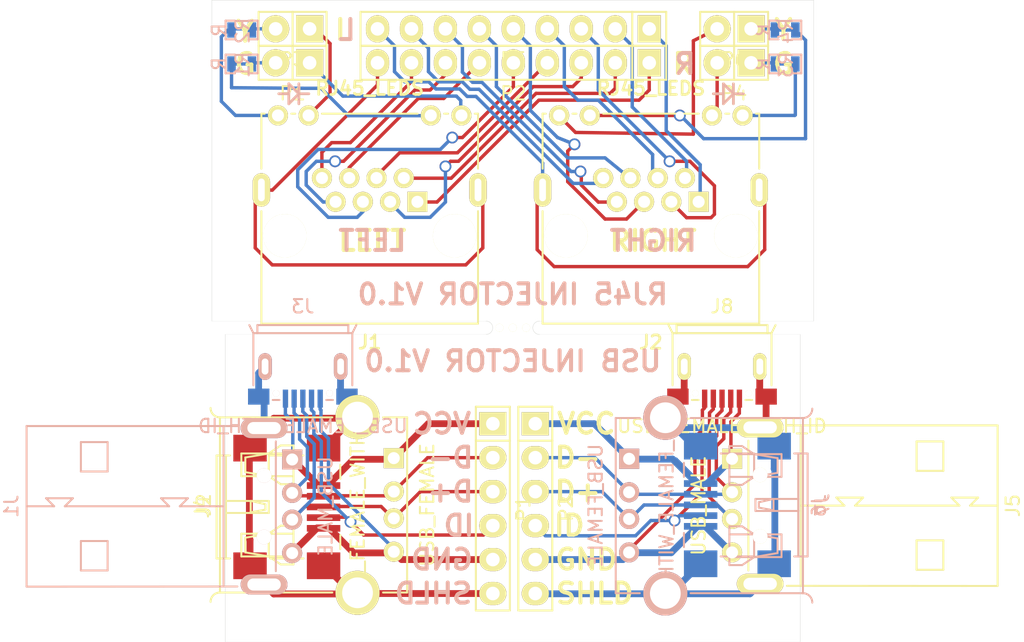
<source format=kicad_pcb>
(kicad_pcb (version 4) (host pcbnew "(2015-01-08 BZR 5360)-product")

  (general
    (links 101)
    (no_connects 5)
    (area 42.813857 56.721 120.086143 86.6356)
    (thickness 1.6)
    (drawings 60)
    (tracks 383)
    (zones 0)
    (modules 23)
    (nets 34)
  )

  (page A4)
  (layers
    (0 F.Cu signal)
    (31 B.Cu signal)
    (32 B.Adhes user)
    (33 F.Adhes user)
    (34 B.Paste user)
    (35 F.Paste user)
    (36 B.SilkS user)
    (37 F.SilkS user)
    (38 B.Mask user)
    (39 F.Mask user)
    (40 Dwgs.User user)
    (41 Cmts.User user)
    (42 Eco1.User user)
    (43 Eco2.User user)
    (44 Edge.Cuts user)
    (45 Margin user)
    (46 B.CrtYd user)
    (47 F.CrtYd user)
    (48 B.Fab user)
    (49 F.Fab user)
  )

  (setup
    (last_trace_width 0.254)
    (user_trace_width 0.508)
    (trace_clearance 0.254)
    (zone_clearance 0.508)
    (zone_45_only no)
    (trace_min 0.254)
    (segment_width 0.001)
    (edge_width 0.01)
    (via_size 0.889)
    (via_drill 0.635)
    (via_min_size 0.889)
    (via_min_drill 0.508)
    (uvia_size 0.508)
    (uvia_drill 0.127)
    (uvias_allowed no)
    (uvia_min_size 0.508)
    (uvia_min_drill 0.127)
    (pcb_text_width 0.3)
    (pcb_text_size 1.5 1.5)
    (mod_edge_width 0.15)
    (mod_text_size 1 1)
    (mod_text_width 0.15)
    (pad_size 1.6 1.2)
    (pad_drill 0)
    (pad_to_mask_clearance 0)
    (aux_axis_origin 0 0)
    (visible_elements FFFCFF7F)
    (pcbplotparams
      (layerselection 0x00030_80000001)
      (usegerberextensions false)
      (excludeedgelayer true)
      (linewidth 0.100000)
      (plotframeref false)
      (viasonmask false)
      (mode 1)
      (useauxorigin false)
      (hpglpennumber 1)
      (hpglpenspeed 20)
      (hpglpendiameter 15)
      (hpglpenoverlay 2)
      (psnegative false)
      (psa4output false)
      (plotreference true)
      (plotvalue true)
      (plotinvisibletext false)
      (padsonsilk false)
      (subtractmaskfromsilk false)
      (outputformat 1)
      (mirror false)
      (drillshape 1)
      (scaleselection 1)
      (outputdirectory ""))
  )

  (net 0 "")
  (net 1 "Net-(J1-Pad1)")
  (net 2 "Net-(J1-Pad3)")
  (net 3 "Net-(J1-Pad2)")
  (net 4 "Net-(J1-Pad4)")
  (net 5 "Net-(J1-Pad5)")
  (net 6 "Net-(J1-Pad6)")
  (net 7 "Net-(J1-Pad7)")
  (net 8 "Net-(J1-Pad8)")
  (net 9 "Net-(J1-PadGA)")
  (net 10 "Net-(J1-PadGK)")
  (net 11 "Net-(J1-PadYA)")
  (net 12 "Net-(J1-PadYK)")
  (net 13 "Net-(J2-Pad1)")
  (net 14 "Net-(J2-Pad3)")
  (net 15 "Net-(J2-Pad2)")
  (net 16 "Net-(J2-Pad4)")
  (net 17 "Net-(J2-Pad5)")
  (net 18 "Net-(J2-Pad6)")
  (net 19 "Net-(J2-Pad7)")
  (net 20 "Net-(J2-Pad8)")
  (net 21 "Net-(J2-PadGA)")
  (net 22 "Net-(J2-PadGK)")
  (net 23 "Net-(J2-PadYA)")
  (net 24 "Net-(J2-PadYK)")
  (net 25 "Net-(J1-Pad13)")
  (net 26 "Net-(J2-Pad13)")
  (net 27 "Net-(J3-Pad4)")
  (net 28 "Net-(J5-Pad1)")
  (net 29 "Net-(J5-Pad2)")
  (net 30 "Net-(J5-Pad3)")
  (net 31 "Net-(J5-Pad4)")
  (net 32 "Net-(J5-Pad5)")
  (net 33 "Net-(J7-Pad4)")

  (net_class Default "This is the default net class."
    (clearance 0.254)
    (trace_width 0.254)
    (via_dia 0.889)
    (via_drill 0.635)
    (uvia_dia 0.508)
    (uvia_drill 0.127)
    (add_net "Net-(J1-Pad1)")
    (add_net "Net-(J1-Pad13)")
    (add_net "Net-(J1-Pad2)")
    (add_net "Net-(J1-Pad3)")
    (add_net "Net-(J1-Pad4)")
    (add_net "Net-(J1-Pad5)")
    (add_net "Net-(J1-Pad6)")
    (add_net "Net-(J1-Pad7)")
    (add_net "Net-(J1-Pad8)")
    (add_net "Net-(J1-PadGA)")
    (add_net "Net-(J1-PadGK)")
    (add_net "Net-(J1-PadYA)")
    (add_net "Net-(J1-PadYK)")
    (add_net "Net-(J2-Pad1)")
    (add_net "Net-(J2-Pad13)")
    (add_net "Net-(J2-Pad2)")
    (add_net "Net-(J2-Pad3)")
    (add_net "Net-(J2-Pad4)")
    (add_net "Net-(J2-Pad5)")
    (add_net "Net-(J2-Pad6)")
    (add_net "Net-(J2-Pad7)")
    (add_net "Net-(J2-Pad8)")
    (add_net "Net-(J2-PadGA)")
    (add_net "Net-(J2-PadGK)")
    (add_net "Net-(J2-PadYA)")
    (add_net "Net-(J2-PadYK)")
    (add_net "Net-(J3-Pad4)")
    (add_net "Net-(J5-Pad1)")
    (add_net "Net-(J5-Pad2)")
    (add_net "Net-(J5-Pad3)")
    (add_net "Net-(J5-Pad4)")
    (add_net "Net-(J5-Pad5)")
    (add_net "Net-(J7-Pad4)")
  )

  (module Pin_Headers:Pin_Header_Straight_1x02 (layer F.Cu) (tedit 54AF6012) (tstamp 54B35A69)
    (at 66.035 62.145 180)
    (descr "Through hole pin header")
    (tags "pin header")
    (path /54A07FEC)
    (fp_text reference P3 (at 0 -2.286 180) (layer F.SilkS)
      (effects (font (size 1 1) (thickness 0.15)))
    )
    (fp_text value CONN_2 (at 0 0 180) (layer F.SilkS) hide
      (effects (font (size 1 1) (thickness 0.15)))
    )
    (fp_line (start 0 -1.27) (end 0 1.27) (layer F.SilkS) (width 0.15))
    (fp_line (start -2.54 -1.27) (end -2.54 1.27) (layer F.SilkS) (width 0.15))
    (fp_line (start -2.54 1.27) (end 0 1.27) (layer F.SilkS) (width 0.15))
    (fp_line (start 0 1.27) (end 2.54 1.27) (layer F.SilkS) (width 0.15))
    (fp_line (start 2.54 1.27) (end 2.54 -1.27) (layer F.SilkS) (width 0.15))
    (fp_line (start 2.54 -1.27) (end -2.54 -1.27) (layer F.SilkS) (width 0.15))
    (pad 1 thru_hole rect (at -1.27 0 180) (size 2.032 2.032) (drill 1.016) (layers *.Cu *.Mask F.SilkS)
      (net 12 "Net-(J1-PadYK)"))
    (pad 2 thru_hole oval (at 1.27 0 180) (size 2.032 2.032) (drill 1.016) (layers *.Cu *.Mask F.SilkS)
      (net 11 "Net-(J1-PadYA)"))
    (model Pin_Headers/Pin_Header_Straight_1x02.wrl
      (at (xyz 0 0 0))
      (scale (xyz 1 1 1))
      (rotate (xyz 0 0 0))
    )
  )

  (module Pin_Headers:Pin_Header_Straight_1x02 (layer F.Cu) (tedit 54AF6012) (tstamp 54B01781)
    (at 66.035 64.685 180)
    (descr "Through hole pin header")
    (tags "pin header")
    (path /54A07FA0)
    (fp_text reference P1 (at 0 -2.286 180) (layer F.SilkS)
      (effects (font (size 1 1) (thickness 0.15)))
    )
    (fp_text value CONN_2 (at 0 0 180) (layer F.SilkS) hide
      (effects (font (size 1 1) (thickness 0.15)))
    )
    (fp_line (start 0 -1.27) (end 0 1.27) (layer F.SilkS) (width 0.15))
    (fp_line (start -2.54 -1.27) (end -2.54 1.27) (layer F.SilkS) (width 0.15))
    (fp_line (start -2.54 1.27) (end 0 1.27) (layer F.SilkS) (width 0.15))
    (fp_line (start 0 1.27) (end 2.54 1.27) (layer F.SilkS) (width 0.15))
    (fp_line (start 2.54 1.27) (end 2.54 -1.27) (layer F.SilkS) (width 0.15))
    (fp_line (start 2.54 -1.27) (end -2.54 -1.27) (layer F.SilkS) (width 0.15))
    (pad 1 thru_hole rect (at -1.27 0 180) (size 2.032 2.032) (drill 1.016) (layers *.Cu *.Mask F.SilkS)
      (net 10 "Net-(J1-PadGK)"))
    (pad 2 thru_hole oval (at 1.27 0 180) (size 2.032 2.032) (drill 1.016) (layers *.Cu *.Mask F.SilkS)
      (net 9 "Net-(J1-PadGA)"))
    (model Pin_Headers/Pin_Header_Straight_1x02.wrl
      (at (xyz 0 0 0))
      (scale (xyz 1 1 1))
      (rotate (xyz 0 0 0))
    )
  )

  (module Pin_Headers:Pin_Header_Straight_1x09 (layer F.Cu) (tedit 54AF6012) (tstamp 54B01795)
    (at 82.545 64.685 180)
    (descr "Through hole pin header")
    (tags "pin header")
    (path /54A07E0E)
    (fp_text reference P2 (at 0 -2.286 180) (layer F.SilkS)
      (effects (font (size 1 1) (thickness 0.15)))
    )
    (fp_text value CONN_9 (at 0 0 180) (layer F.SilkS) hide
      (effects (font (size 1 1) (thickness 0.15)))
    )
    (fp_line (start -8.89 -1.27) (end 11.43 -1.27) (layer F.SilkS) (width 0.15))
    (fp_line (start 11.43 -1.27) (end 11.43 1.27) (layer F.SilkS) (width 0.15))
    (fp_line (start 11.43 1.27) (end -8.89 1.27) (layer F.SilkS) (width 0.15))
    (fp_line (start -11.43 -1.27) (end -8.89 -1.27) (layer F.SilkS) (width 0.15))
    (fp_line (start -8.89 -1.27) (end -8.89 1.27) (layer F.SilkS) (width 0.15))
    (fp_line (start -11.43 -1.27) (end -11.43 1.27) (layer F.SilkS) (width 0.15))
    (fp_line (start -11.43 1.27) (end -8.89 1.27) (layer F.SilkS) (width 0.15))
    (pad 1 thru_hole rect (at -10.16 0 180) (size 1.7272 2.032) (drill 1.016) (layers *.Cu *.Mask F.SilkS)
      (net 1 "Net-(J1-Pad1)"))
    (pad 2 thru_hole oval (at -7.62 0 180) (size 1.7272 2.032) (drill 1.016) (layers *.Cu *.Mask F.SilkS)
      (net 3 "Net-(J1-Pad2)"))
    (pad 3 thru_hole oval (at -5.08 0 180) (size 1.7272 2.032) (drill 1.016) (layers *.Cu *.Mask F.SilkS)
      (net 2 "Net-(J1-Pad3)"))
    (pad 4 thru_hole oval (at -2.54 0 180) (size 1.7272 2.032) (drill 1.016) (layers *.Cu *.Mask F.SilkS)
      (net 4 "Net-(J1-Pad4)"))
    (pad 5 thru_hole oval (at 0 0 180) (size 1.7272 2.032) (drill 1.016) (layers *.Cu *.Mask F.SilkS)
      (net 5 "Net-(J1-Pad5)"))
    (pad 6 thru_hole oval (at 2.54 0 180) (size 1.7272 2.032) (drill 1.016) (layers *.Cu *.Mask F.SilkS)
      (net 6 "Net-(J1-Pad6)"))
    (pad 7 thru_hole oval (at 5.08 0 180) (size 1.7272 2.032) (drill 1.016) (layers *.Cu *.Mask F.SilkS)
      (net 7 "Net-(J1-Pad7)"))
    (pad 8 thru_hole oval (at 7.62 0 180) (size 1.7272 2.032) (drill 1.016) (layers *.Cu *.Mask F.SilkS)
      (net 8 "Net-(J1-Pad8)"))
    (pad 9 thru_hole oval (at 10.16 0 180) (size 1.7272 2.032) (drill 1.016) (layers *.Cu *.Mask F.SilkS)
      (net 25 "Net-(J1-Pad13)"))
    (model Pin_Headers/Pin_Header_Straight_1x09.wrl
      (at (xyz 0 0 0))
      (scale (xyz 1 1 1))
      (rotate (xyz 0 0 0))
    )
  )

  (module Pin_Headers:Pin_Header_Straight_1x02 (layer F.Cu) (tedit 54AF6012) (tstamp 54B017A1)
    (at 99.055 64.685 180)
    (descr "Through hole pin header")
    (tags "pin header")
    (path /54A07FFB)
    (fp_text reference P4 (at 0 -2.286 180) (layer F.SilkS)
      (effects (font (size 1 1) (thickness 0.15)))
    )
    (fp_text value CONN_2 (at 0 0 180) (layer F.SilkS) hide
      (effects (font (size 1 1) (thickness 0.15)))
    )
    (fp_line (start 0 -1.27) (end 0 1.27) (layer F.SilkS) (width 0.15))
    (fp_line (start -2.54 -1.27) (end -2.54 1.27) (layer F.SilkS) (width 0.15))
    (fp_line (start -2.54 1.27) (end 0 1.27) (layer F.SilkS) (width 0.15))
    (fp_line (start 0 1.27) (end 2.54 1.27) (layer F.SilkS) (width 0.15))
    (fp_line (start 2.54 1.27) (end 2.54 -1.27) (layer F.SilkS) (width 0.15))
    (fp_line (start 2.54 -1.27) (end -2.54 -1.27) (layer F.SilkS) (width 0.15))
    (pad 1 thru_hole rect (at -1.27 0 180) (size 2.032 2.032) (drill 1.016) (layers *.Cu *.Mask F.SilkS)
      (net 22 "Net-(J2-PadGK)"))
    (pad 2 thru_hole oval (at 1.27 0 180) (size 2.032 2.032) (drill 1.016) (layers *.Cu *.Mask F.SilkS)
      (net 21 "Net-(J2-PadGA)"))
    (model Pin_Headers/Pin_Header_Straight_1x02.wrl
      (at (xyz 0 0 0))
      (scale (xyz 1 1 1))
      (rotate (xyz 0 0 0))
    )
  )

  (module Pin_Headers:Pin_Header_Straight_1x09 (layer F.Cu) (tedit 54AF6012) (tstamp 54B017B5)
    (at 82.545 62.145 180)
    (descr "Through hole pin header")
    (tags "pin header")
    (path /54A07E1D)
    (fp_text reference P5 (at 0 -2.286 180) (layer F.SilkS)
      (effects (font (size 1 1) (thickness 0.15)))
    )
    (fp_text value CONN_9 (at 0 0 180) (layer F.SilkS) hide
      (effects (font (size 1 1) (thickness 0.15)))
    )
    (fp_line (start -8.89 -1.27) (end 11.43 -1.27) (layer F.SilkS) (width 0.15))
    (fp_line (start 11.43 -1.27) (end 11.43 1.27) (layer F.SilkS) (width 0.15))
    (fp_line (start 11.43 1.27) (end -8.89 1.27) (layer F.SilkS) (width 0.15))
    (fp_line (start -11.43 -1.27) (end -8.89 -1.27) (layer F.SilkS) (width 0.15))
    (fp_line (start -8.89 -1.27) (end -8.89 1.27) (layer F.SilkS) (width 0.15))
    (fp_line (start -11.43 -1.27) (end -11.43 1.27) (layer F.SilkS) (width 0.15))
    (fp_line (start -11.43 1.27) (end -8.89 1.27) (layer F.SilkS) (width 0.15))
    (pad 1 thru_hole rect (at -10.16 0 180) (size 1.7272 2.032) (drill 1.016) (layers *.Cu *.Mask F.SilkS)
      (net 13 "Net-(J2-Pad1)"))
    (pad 2 thru_hole oval (at -7.62 0 180) (size 1.7272 2.032) (drill 1.016) (layers *.Cu *.Mask F.SilkS)
      (net 15 "Net-(J2-Pad2)"))
    (pad 3 thru_hole oval (at -5.08 0 180) (size 1.7272 2.032) (drill 1.016) (layers *.Cu *.Mask F.SilkS)
      (net 14 "Net-(J2-Pad3)"))
    (pad 4 thru_hole oval (at -2.54 0 180) (size 1.7272 2.032) (drill 1.016) (layers *.Cu *.Mask F.SilkS)
      (net 16 "Net-(J2-Pad4)"))
    (pad 5 thru_hole oval (at 0 0 180) (size 1.7272 2.032) (drill 1.016) (layers *.Cu *.Mask F.SilkS)
      (net 17 "Net-(J2-Pad5)"))
    (pad 6 thru_hole oval (at 2.54 0 180) (size 1.7272 2.032) (drill 1.016) (layers *.Cu *.Mask F.SilkS)
      (net 18 "Net-(J2-Pad6)"))
    (pad 7 thru_hole oval (at 5.08 0 180) (size 1.7272 2.032) (drill 1.016) (layers *.Cu *.Mask F.SilkS)
      (net 19 "Net-(J2-Pad7)"))
    (pad 8 thru_hole oval (at 7.62 0 180) (size 1.7272 2.032) (drill 1.016) (layers *.Cu *.Mask F.SilkS)
      (net 20 "Net-(J2-Pad8)"))
    (pad 9 thru_hole oval (at 10.16 0 180) (size 1.7272 2.032) (drill 1.016) (layers *.Cu *.Mask F.SilkS)
      (net 26 "Net-(J2-Pad13)"))
    (model Pin_Headers/Pin_Header_Straight_1x09.wrl
      (at (xyz 0 0 0))
      (scale (xyz 1 1 1))
      (rotate (xyz 0 0 0))
    )
  )

  (module Pin_Headers:Pin_Header_Straight_1x02 (layer F.Cu) (tedit 54AF6012) (tstamp 54B017C1)
    (at 99.055 62.145 180)
    (descr "Through hole pin header")
    (tags "pin header")
    (path /54A0800A)
    (fp_text reference P6 (at 0 -2.286 180) (layer F.SilkS)
      (effects (font (size 1 1) (thickness 0.15)))
    )
    (fp_text value CONN_2 (at 0 0 180) (layer F.SilkS) hide
      (effects (font (size 1 1) (thickness 0.15)))
    )
    (fp_line (start 0 -1.27) (end 0 1.27) (layer F.SilkS) (width 0.15))
    (fp_line (start -2.54 -1.27) (end -2.54 1.27) (layer F.SilkS) (width 0.15))
    (fp_line (start -2.54 1.27) (end 0 1.27) (layer F.SilkS) (width 0.15))
    (fp_line (start 0 1.27) (end 2.54 1.27) (layer F.SilkS) (width 0.15))
    (fp_line (start 2.54 1.27) (end 2.54 -1.27) (layer F.SilkS) (width 0.15))
    (fp_line (start 2.54 -1.27) (end -2.54 -1.27) (layer F.SilkS) (width 0.15))
    (pad 1 thru_hole rect (at -1.27 0 180) (size 2.032 2.032) (drill 1.016) (layers *.Cu *.Mask F.SilkS)
      (net 24 "Net-(J2-PadYK)"))
    (pad 2 thru_hole oval (at 1.27 0 180) (size 2.032 2.032) (drill 1.016) (layers *.Cu *.Mask F.SilkS)
      (net 23 "Net-(J2-PadYA)"))
    (model Pin_Headers/Pin_Header_Straight_1x02.wrl
      (at (xyz 0 0 0))
      (scale (xyz 1 1 1))
      (rotate (xyz 0 0 0))
    )
  )

  (module SMD_Packages:SMD-0603_r (layer B.Cu) (tedit 54B09A14) (tstamp 54B359B3)
    (at 62.23 64.77)
    (path /54B0A2CA)
    (attr smd)
    (fp_text reference R1 (at 0.0635 0.0635 270) (layer B.SilkS)
      (effects (font (size 1 1) (thickness 0.15)) (justify mirror))
    )
    (fp_text value R (at -1.69926 0 270) (layer B.SilkS)
      (effects (font (size 1 1) (thickness 0.15)) (justify mirror))
    )
    (fp_line (start -0.50038 0.6985) (end -1.2065 0.6985) (layer B.SilkS) (width 0.15))
    (fp_line (start -1.2065 0.6985) (end -1.2065 -0.6985) (layer B.SilkS) (width 0.15))
    (fp_line (start -1.2065 -0.6985) (end -0.50038 -0.6985) (layer B.SilkS) (width 0.15))
    (fp_line (start 1.2065 0.6985) (end 0.50038 0.6985) (layer B.SilkS) (width 0.15))
    (fp_line (start 1.2065 0.6985) (end 1.2065 -0.6985) (layer B.SilkS) (width 0.15))
    (fp_line (start 1.2065 -0.6985) (end 0.50038 -0.6985) (layer B.SilkS) (width 0.15))
    (pad 1 smd rect (at -0.762 0) (size 0.635 1.143) (layers B.Cu B.Paste B.Mask)
      (net 9 "Net-(J1-PadGA)"))
    (pad 2 smd rect (at 0.762 0) (size 0.635 1.143) (layers B.Cu B.Paste B.Mask)
      (net 9 "Net-(J1-PadGA)"))
    (model SMD_Packages/SMD-0603_r.wrl
      (at (xyz 0 0 0.001))
      (scale (xyz 0.5 0.5 0.5))
      (rotate (xyz 0 0 0))
    )
  )

  (module SMD_Packages:SMD-0603_r (layer B.Cu) (tedit 54B09A14) (tstamp 54B359BF)
    (at 62.23 62.23)
    (path /54B0A2A2)
    (attr smd)
    (fp_text reference R2 (at 0.0635 0.0635 270) (layer B.SilkS)
      (effects (font (size 1 1) (thickness 0.15)) (justify mirror))
    )
    (fp_text value R (at -1.69926 0 270) (layer B.SilkS)
      (effects (font (size 1 1) (thickness 0.15)) (justify mirror))
    )
    (fp_line (start -0.50038 0.6985) (end -1.2065 0.6985) (layer B.SilkS) (width 0.15))
    (fp_line (start -1.2065 0.6985) (end -1.2065 -0.6985) (layer B.SilkS) (width 0.15))
    (fp_line (start -1.2065 -0.6985) (end -0.50038 -0.6985) (layer B.SilkS) (width 0.15))
    (fp_line (start 1.2065 0.6985) (end 0.50038 0.6985) (layer B.SilkS) (width 0.15))
    (fp_line (start 1.2065 0.6985) (end 1.2065 -0.6985) (layer B.SilkS) (width 0.15))
    (fp_line (start 1.2065 -0.6985) (end 0.50038 -0.6985) (layer B.SilkS) (width 0.15))
    (pad 1 smd rect (at -0.762 0) (size 0.635 1.143) (layers B.Cu B.Paste B.Mask)
      (net 11 "Net-(J1-PadYA)"))
    (pad 2 smd rect (at 0.762 0) (size 0.635 1.143) (layers B.Cu B.Paste B.Mask)
      (net 11 "Net-(J1-PadYA)"))
    (model SMD_Packages/SMD-0603_r.wrl
      (at (xyz 0 0 0.001))
      (scale (xyz 0.5 0.5 0.5))
      (rotate (xyz 0 0 0))
    )
  )

  (module SMD_Packages:SMD-0603_r (layer B.Cu) (tedit 54B09A14) (tstamp 54B359CB)
    (at 102.87 64.77)
    (path /54B0A24D)
    (attr smd)
    (fp_text reference R3 (at 0.0635 0.0635 270) (layer B.SilkS)
      (effects (font (size 1 1) (thickness 0.15)) (justify mirror))
    )
    (fp_text value R (at -1.69926 0 270) (layer B.SilkS)
      (effects (font (size 1 1) (thickness 0.15)) (justify mirror))
    )
    (fp_line (start -0.50038 0.6985) (end -1.2065 0.6985) (layer B.SilkS) (width 0.15))
    (fp_line (start -1.2065 0.6985) (end -1.2065 -0.6985) (layer B.SilkS) (width 0.15))
    (fp_line (start -1.2065 -0.6985) (end -0.50038 -0.6985) (layer B.SilkS) (width 0.15))
    (fp_line (start 1.2065 0.6985) (end 0.50038 0.6985) (layer B.SilkS) (width 0.15))
    (fp_line (start 1.2065 0.6985) (end 1.2065 -0.6985) (layer B.SilkS) (width 0.15))
    (fp_line (start 1.2065 -0.6985) (end 0.50038 -0.6985) (layer B.SilkS) (width 0.15))
    (pad 1 smd rect (at -0.762 0) (size 0.635 1.143) (layers B.Cu B.Paste B.Mask)
      (net 22 "Net-(J2-PadGK)"))
    (pad 2 smd rect (at 0.762 0) (size 0.635 1.143) (layers B.Cu B.Paste B.Mask)
      (net 22 "Net-(J2-PadGK)"))
    (model SMD_Packages/SMD-0603_r.wrl
      (at (xyz 0 0 0.001))
      (scale (xyz 0.5 0.5 0.5))
      (rotate (xyz 0 0 0))
    )
  )

  (module SMD_Packages:SMD-0603_r (layer B.Cu) (tedit 54B09A14) (tstamp 54B359D7)
    (at 102.87 62.23)
    (path /54B0A219)
    (attr smd)
    (fp_text reference R4 (at 0.0635 0.0635 270) (layer B.SilkS)
      (effects (font (size 1 1) (thickness 0.15)) (justify mirror))
    )
    (fp_text value R (at -1.69926 0 270) (layer B.SilkS)
      (effects (font (size 1 1) (thickness 0.15)) (justify mirror))
    )
    (fp_line (start -0.50038 0.6985) (end -1.2065 0.6985) (layer B.SilkS) (width 0.15))
    (fp_line (start -1.2065 0.6985) (end -1.2065 -0.6985) (layer B.SilkS) (width 0.15))
    (fp_line (start -1.2065 -0.6985) (end -0.50038 -0.6985) (layer B.SilkS) (width 0.15))
    (fp_line (start 1.2065 0.6985) (end 0.50038 0.6985) (layer B.SilkS) (width 0.15))
    (fp_line (start 1.2065 0.6985) (end 1.2065 -0.6985) (layer B.SilkS) (width 0.15))
    (fp_line (start 1.2065 -0.6985) (end 0.50038 -0.6985) (layer B.SilkS) (width 0.15))
    (pad 1 smd rect (at -0.762 0) (size 0.635 1.143) (layers B.Cu B.Paste B.Mask)
      (net 24 "Net-(J2-PadYK)"))
    (pad 2 smd rect (at 0.762 0) (size 0.635 1.143) (layers B.Cu B.Paste B.Mask)
      (net 24 "Net-(J2-PadYK)"))
    (model SMD_Packages/SMD-0603_r.wrl
      (at (xyz 0 0 0.001))
      (scale (xyz 0.5 0.5 0.5))
      (rotate (xyz 0 0 0))
    )
  )

  (module Connectors:RJ45_LEDs (layer F.Cu) (tedit 54B1DC7D) (tstamp 54B0186A)
    (at 96.4 75.08 180)
    (tags RJ45)
    (path /54AF6193)
    (fp_text reference J2 (at 3.57 -10.5 360) (layer F.SilkS)
      (effects (font (size 1 1) (thickness 0.2032)))
    )
    (fp_text value RJ45_LEDS (at 3.57 8.48 360) (layer F.SilkS)
      (effects (font (size 1.00076 1.00076) (thickness 0.2032)))
    )
    (fp_line (start -4.29 6.59) (end -4.53 6.59) (layer F.SilkS) (width 0.15))
    (fp_line (start -2 6.59) (end -2.29 6.59) (layer F.SilkS) (width 0.15))
    (fp_line (start 7.14 6.59) (end -0.01 6.59) (layer F.SilkS) (width 0.15))
    (fp_line (start 11.43 6.59) (end 11.67 6.59) (layer F.SilkS) (width 0.15))
    (fp_line (start 9.43 6.59) (end 9.14 6.59) (layer F.SilkS) (width 0.15))
    (fp_line (start -4.53 2.48) (end -4.53 6.59) (layer F.SilkS) (width 0.15))
    (fp_line (start 11.67 6.59) (end 11.67 2.48) (layer F.SilkS) (width 0.15))
    (fp_line (start 11.67 -0.7) (end 11.67 -9.11) (layer F.SilkS) (width 0.15))
    (fp_line (start 11.67 -9.11) (end -4.53 -9.11) (layer F.SilkS) (width 0.15))
    (fp_line (start -4.53 -9.11) (end -4.53 -0.7) (layer F.SilkS) (width 0.15))
    (pad 1 thru_hole rect (at 0 0) (size 1.5 1.5) (drill 0.9) (layers *.Cu *.Mask F.SilkS)
      (net 13 "Net-(J2-Pad1)"))
    (pad 2 thru_hole circle (at 1.02 1.78) (size 1.5 1.5) (drill 0.9) (layers *.Cu *.Mask F.SilkS)
      (net 15 "Net-(J2-Pad2)"))
    (pad 3 thru_hole circle (at 2.04 0) (size 1.5 1.5) (drill 0.9) (layers *.Cu *.Mask F.SilkS)
      (net 14 "Net-(J2-Pad3)"))
    (pad 4 thru_hole circle (at 3.06 1.78) (size 1.5 1.5) (drill 0.9) (layers *.Cu *.Mask F.SilkS)
      (net 16 "Net-(J2-Pad4)"))
    (pad 5 thru_hole circle (at 4.08 0) (size 1.5 1.5) (drill 0.9) (layers *.Cu *.Mask F.SilkS)
      (net 17 "Net-(J2-Pad5)"))
    (pad 6 thru_hole circle (at 5.1 1.78) (size 1.5 1.5) (drill 0.9) (layers *.Cu *.Mask F.SilkS)
      (net 18 "Net-(J2-Pad6)"))
    (pad 7 thru_hole circle (at 6.12 0) (size 1.5 1.5) (drill 0.9) (layers *.Cu *.Mask F.SilkS)
      (net 19 "Net-(J2-Pad7)"))
    (pad 8 thru_hole circle (at 7.14 1.78) (size 1.5 1.5) (drill 0.9) (layers *.Cu *.Mask F.SilkS)
      (net 20 "Net-(J2-Pad8)"))
    (pad 13 thru_hole oval (at -4.53 0.89) (size 1.3 2.5) (drill oval 0.5 1.7) (layers *.Cu *.Mask F.SilkS)
      (net 26 "Net-(J2-Pad13)"))
    (pad 13 thru_hole oval (at 11.67 0.89) (size 1.3 2.5) (drill oval 0.5 1.7) (layers *.Cu *.Mask F.SilkS)
      (net 26 "Net-(J2-Pad13)"))
    (pad GA thru_hole circle (at -1 6.46) (size 1.5 1.5) (drill 0.9) (layers *.Cu *.Mask F.SilkS)
      (net 21 "Net-(J2-PadGA)"))
    (pad "" np_thru_hole circle (at -2.78 -2.54) (size 3.25 3.25) (drill 3.25) (layers *.Cu *.Mask F.SilkS))
    (pad "" np_thru_hole circle (at 9.92 -2.54) (size 3.25 3.25) (drill 3.25) (layers *.Cu *.Mask F.SilkS))
    (pad GK thru_hole circle (at -3.29 6.46) (size 1.5 1.5) (drill 0.9) (layers *.Cu *.Mask F.SilkS)
      (net 22 "Net-(J2-PadGK)"))
    (pad YA thru_hole circle (at 10.43 6.46) (size 1.5 1.5) (drill 0.9) (layers *.Cu *.Mask F.SilkS)
      (net 23 "Net-(J2-PadYA)"))
    (pad YK thru_hole circle (at 8.14 6.46) (size 1.5 1.5) (drill 0.9) (layers *.Cu *.Mask F.SilkS)
      (net 24 "Net-(J2-PadYK)"))
  )

  (module Connectors:RJ45_LEDs (layer F.Cu) (tedit 54B1DC7D) (tstamp 54B167F9)
    (at 75.37 75.08 180)
    (tags RJ45)
    (path /54AF6093)
    (fp_text reference J1 (at 3.57 -10.5 360) (layer F.SilkS)
      (effects (font (size 1 1) (thickness 0.2032)))
    )
    (fp_text value RJ45_LEDS (at 3.57 8.48 360) (layer F.SilkS)
      (effects (font (size 1.00076 1.00076) (thickness 0.2032)))
    )
    (fp_line (start -4.29 6.59) (end -4.53 6.59) (layer F.SilkS) (width 0.15))
    (fp_line (start -2 6.59) (end -2.29 6.59) (layer F.SilkS) (width 0.15))
    (fp_line (start 7.14 6.59) (end -0.01 6.59) (layer F.SilkS) (width 0.15))
    (fp_line (start 11.43 6.59) (end 11.67 6.59) (layer F.SilkS) (width 0.15))
    (fp_line (start 9.43 6.59) (end 9.14 6.59) (layer F.SilkS) (width 0.15))
    (fp_line (start -4.53 2.48) (end -4.53 6.59) (layer F.SilkS) (width 0.15))
    (fp_line (start 11.67 6.59) (end 11.67 2.48) (layer F.SilkS) (width 0.15))
    (fp_line (start 11.67 -0.7) (end 11.67 -9.11) (layer F.SilkS) (width 0.15))
    (fp_line (start 11.67 -9.11) (end -4.53 -9.11) (layer F.SilkS) (width 0.15))
    (fp_line (start -4.53 -9.11) (end -4.53 -0.7) (layer F.SilkS) (width 0.15))
    (pad 1 thru_hole rect (at 0 0) (size 1.5 1.5) (drill 0.9) (layers *.Cu *.Mask F.SilkS)
      (net 1 "Net-(J1-Pad1)"))
    (pad 2 thru_hole circle (at 1.02 1.78) (size 1.5 1.5) (drill 0.9) (layers *.Cu *.Mask F.SilkS)
      (net 3 "Net-(J1-Pad2)"))
    (pad 3 thru_hole circle (at 2.04 0) (size 1.5 1.5) (drill 0.9) (layers *.Cu *.Mask F.SilkS)
      (net 2 "Net-(J1-Pad3)"))
    (pad 4 thru_hole circle (at 3.06 1.78) (size 1.5 1.5) (drill 0.9) (layers *.Cu *.Mask F.SilkS)
      (net 4 "Net-(J1-Pad4)"))
    (pad 5 thru_hole circle (at 4.08 0) (size 1.5 1.5) (drill 0.9) (layers *.Cu *.Mask F.SilkS)
      (net 5 "Net-(J1-Pad5)"))
    (pad 6 thru_hole circle (at 5.1 1.78) (size 1.5 1.5) (drill 0.9) (layers *.Cu *.Mask F.SilkS)
      (net 6 "Net-(J1-Pad6)"))
    (pad 7 thru_hole circle (at 6.12 0) (size 1.5 1.5) (drill 0.9) (layers *.Cu *.Mask F.SilkS)
      (net 7 "Net-(J1-Pad7)"))
    (pad 8 thru_hole circle (at 7.14 1.78) (size 1.5 1.5) (drill 0.9) (layers *.Cu *.Mask F.SilkS)
      (net 8 "Net-(J1-Pad8)"))
    (pad 13 thru_hole oval (at -4.53 0.89) (size 1.3 2.5) (drill oval 0.5 1.7) (layers *.Cu *.Mask F.SilkS)
      (net 25 "Net-(J1-Pad13)"))
    (pad 13 thru_hole oval (at 11.67 0.89) (size 1.3 2.5) (drill oval 0.5 1.7) (layers *.Cu *.Mask F.SilkS)
      (net 25 "Net-(J1-Pad13)"))
    (pad GA thru_hole circle (at -1 6.46) (size 1.5 1.5) (drill 0.9) (layers *.Cu *.Mask F.SilkS)
      (net 9 "Net-(J1-PadGA)"))
    (pad "" np_thru_hole circle (at -2.78 -2.54) (size 3.25 3.25) (drill 3.25) (layers *.Cu *.Mask F.SilkS))
    (pad "" np_thru_hole circle (at 9.92 -2.54) (size 3.25 3.25) (drill 3.25) (layers *.Cu *.Mask F.SilkS))
    (pad GK thru_hole circle (at -3.29 6.46) (size 1.5 1.5) (drill 0.9) (layers *.Cu *.Mask F.SilkS)
      (net 10 "Net-(J1-PadGK)"))
    (pad YA thru_hole circle (at 10.43 6.46) (size 1.5 1.5) (drill 0.9) (layers *.Cu *.Mask F.SilkS)
      (net 11 "Net-(J1-PadYA)"))
    (pad YK thru_hole circle (at 8.14 6.46) (size 1.5 1.5) (drill 0.9) (layers *.Cu *.Mask F.SilkS)
      (net 12 "Net-(J1-PadYK)"))
  )

  (module Pin_Headers:Pin_Header_Straight_1x06 (layer F.Cu) (tedit 54AF403B) (tstamp 54B089F5)
    (at 81.01 98.025 270)
    (descr "Through hole pin header")
    (tags "pin header")
    (path /54AF3805)
    (fp_text reference P1 (at 0 -2.286 270) (layer F.SilkS)
      (effects (font (size 1 1) (thickness 0.15)))
    )
    (fp_text value CONN_6 (at 0 0 270) (layer F.SilkS) hide
      (effects (font (size 1 1) (thickness 0.15)))
    )
    (fp_line (start -5.08 -1.27) (end 7.62 -1.27) (layer F.SilkS) (width 0.15))
    (fp_line (start 7.62 -1.27) (end 7.62 1.27) (layer F.SilkS) (width 0.15))
    (fp_line (start 7.62 1.27) (end -5.08 1.27) (layer F.SilkS) (width 0.15))
    (fp_line (start -7.62 -1.27) (end -5.08 -1.27) (layer F.SilkS) (width 0.15))
    (fp_line (start -5.08 -1.27) (end -5.08 1.27) (layer F.SilkS) (width 0.15))
    (fp_line (start -7.62 -1.27) (end -7.62 1.27) (layer F.SilkS) (width 0.15))
    (fp_line (start -7.62 1.27) (end -5.08 1.27) (layer F.SilkS) (width 0.15))
    (pad 1 thru_hole rect (at -6.35 0 270) (size 1.7272 2.032) (drill 1.016) (layers *.Cu *.Mask F.SilkS)
      (net 1 "Net-(J1-Pad1)"))
    (pad 2 thru_hole oval (at -3.81 0 270) (size 1.7272 2.032) (drill 1.016) (layers *.Cu *.Mask F.SilkS)
      (net 3 "Net-(J1-Pad2)"))
    (pad 3 thru_hole oval (at -1.27 0 270) (size 1.7272 2.032) (drill 1.016) (layers *.Cu *.Mask F.SilkS)
      (net 2 "Net-(J1-Pad3)"))
    (pad 4 thru_hole oval (at 1.27 0 270) (size 1.7272 2.032) (drill 1.016) (layers *.Cu *.Mask F.SilkS)
      (net 27 "Net-(J3-Pad4)"))
    (pad 5 thru_hole oval (at 3.81 0 270) (size 1.7272 2.032) (drill 1.016) (layers *.Cu *.Mask F.SilkS)
      (net 4 "Net-(J1-Pad4)"))
    (pad 6 thru_hole oval (at 6.35 0 270) (size 1.7272 2.032) (drill 1.016) (layers *.Cu *.Mask F.SilkS)
      (net 5 "Net-(J1-Pad5)"))
    (model Pin_Headers/Pin_Header_Straight_1x06.wrl
      (at (xyz 0 0 0))
      (scale (xyz 1 1 1))
      (rotate (xyz 0 0 0))
    )
  )

  (module Pin_Headers:Pin_Header_Straight_1x06 (layer F.Cu) (tedit 54AF403B) (tstamp 54B084B9)
    (at 84.185 98.025 270)
    (descr "Through hole pin header")
    (tags "pin header")
    (path /54AF4005)
    (fp_text reference P2 (at 0 -2.286 270) (layer F.SilkS)
      (effects (font (size 1 1) (thickness 0.15)))
    )
    (fp_text value CONN_6 (at 0 0 270) (layer F.SilkS) hide
      (effects (font (size 1 1) (thickness 0.15)))
    )
    (fp_line (start -5.08 -1.27) (end 7.62 -1.27) (layer F.SilkS) (width 0.15))
    (fp_line (start 7.62 -1.27) (end 7.62 1.27) (layer F.SilkS) (width 0.15))
    (fp_line (start 7.62 1.27) (end -5.08 1.27) (layer F.SilkS) (width 0.15))
    (fp_line (start -7.62 -1.27) (end -5.08 -1.27) (layer F.SilkS) (width 0.15))
    (fp_line (start -5.08 -1.27) (end -5.08 1.27) (layer F.SilkS) (width 0.15))
    (fp_line (start -7.62 -1.27) (end -7.62 1.27) (layer F.SilkS) (width 0.15))
    (fp_line (start -7.62 1.27) (end -5.08 1.27) (layer F.SilkS) (width 0.15))
    (pad 1 thru_hole rect (at -6.35 0 270) (size 1.7272 2.032) (drill 1.016) (layers *.Cu *.Mask F.SilkS)
      (net 28 "Net-(J5-Pad1)"))
    (pad 2 thru_hole oval (at -3.81 0 270) (size 1.7272 2.032) (drill 1.016) (layers *.Cu *.Mask F.SilkS)
      (net 29 "Net-(J5-Pad2)"))
    (pad 3 thru_hole oval (at -1.27 0 270) (size 1.7272 2.032) (drill 1.016) (layers *.Cu *.Mask F.SilkS)
      (net 30 "Net-(J5-Pad3)"))
    (pad 4 thru_hole oval (at 1.27 0 270) (size 1.7272 2.032) (drill 1.016) (layers *.Cu *.Mask F.SilkS)
      (net 33 "Net-(J7-Pad4)"))
    (pad 5 thru_hole oval (at 3.81 0 270) (size 1.7272 2.032) (drill 1.016) (layers *.Cu *.Mask F.SilkS)
      (net 31 "Net-(J5-Pad4)"))
    (pad 6 thru_hole oval (at 6.35 0 270) (size 1.7272 2.032) (drill 1.016) (layers *.Cu *.Mask F.SilkS)
      (net 32 "Net-(J5-Pad5)"))
    (model Pin_Headers/Pin_Header_Straight_1x06.wrl
      (at (xyz 0 0 0))
      (scale (xyz 1 1 1))
      (rotate (xyz 0 0 0))
    )
  )

  (module Connectors:USB_A_Female (layer F.Cu) (tedit 54B0930B) (tstamp 54B083F1)
    (at 73.6 94.25 270)
    (path /54AF29FE)
    (fp_text reference J2 (at 3.5 14.2 450) (layer F.SilkS)
      (effects (font (size 1 1) (thickness 0.15)))
    )
    (fp_text value USB_FEMALE (at 3.5 -2.5 270) (layer F.SilkS)
      (effects (font (size 1 1) (thickness 0.15)))
    )
    (fp_line (start 10.05 4.6) (end 10.05 13) (layer F.SilkS) (width 0.15))
    (fp_line (start 10.05 -1) (end 10.05 0.8) (layer F.SilkS) (width 0.15))
    (fp_line (start -3.05 4.6) (end -3.05 13) (layer F.SilkS) (width 0.15))
    (fp_line (start -3.05 -1) (end -3.05 0.8) (layer F.SilkS) (width 0.15))
    (fp_line (start 7.35 11.4) (end 7.35 9.45) (layer F.SilkS) (width 0.15))
    (fp_line (start 5.65 11.4) (end 7.35 11.4) (layer F.SilkS) (width 0.15))
    (fp_line (start 5.65 9.4) (end 5.65 11.4) (layer F.SilkS) (width 0.15))
    (fp_line (start 5.65 9.4) (end 5.65 7.5) (layer F.SilkS) (width 0.15))
    (fp_line (start 7.35 9.45) (end 7.35 7.5) (layer F.SilkS) (width 0.15))
    (fp_line (start 7.95 8.45) (end 7.35 9.35) (layer F.SilkS) (width 0.15))
    (fp_line (start 7.95 7.5) (end 7.95 8.45) (layer F.SilkS) (width 0.15))
    (fp_line (start 5.05 8.45) (end 5.65 9.35) (layer F.SilkS) (width 0.15))
    (fp_line (start 5.05 7.5) (end 5.05 8.45) (layer F.SilkS) (width 0.15))
    (fp_line (start 7.95 7.5) (end 5.05 7.5) (layer F.SilkS) (width 0.15))
    (fp_line (start 5.65 9.35) (end 7.35 9.35) (layer F.SilkS) (width 0.15))
    (fp_line (start 5.95 11.1) (end 7.05 11.1) (layer F.SilkS) (width 0.15))
    (fp_line (start 7.05 11.1) (end 7.35 9.35) (layer F.SilkS) (width 0.15))
    (fp_line (start 5.95 11.1) (end 5.65 9.35) (layer F.SilkS) (width 0.15))
    (fp_line (start -0.05 11.1) (end -0.35 9.35) (layer F.SilkS) (width 0.15))
    (fp_line (start 1.05 11.1) (end 1.35 9.35) (layer F.SilkS) (width 0.15))
    (fp_line (start -0.05 11.1) (end 1.05 11.1) (layer F.SilkS) (width 0.15))
    (fp_line (start -0.35 9.35) (end 1.35 9.35) (layer F.SilkS) (width 0.15))
    (fp_line (start 1.95 7.5) (end -0.95 7.5) (layer F.SilkS) (width 0.15))
    (fp_line (start -0.95 7.5) (end -0.95 8.45) (layer F.SilkS) (width 0.15))
    (fp_line (start -0.95 8.45) (end -0.35 9.35) (layer F.SilkS) (width 0.15))
    (fp_line (start 1.95 7.5) (end 1.95 8.45) (layer F.SilkS) (width 0.15))
    (fp_line (start 1.95 8.45) (end 1.35 9.35) (layer F.SilkS) (width 0.15))
    (fp_line (start 1.35 9.45) (end 1.35 7.5) (layer F.SilkS) (width 0.15))
    (fp_line (start -0.35 9.4) (end -0.35 7.5) (layer F.SilkS) (width 0.15))
    (fp_line (start -0.35 9.4) (end -0.35 11.4) (layer F.SilkS) (width 0.15))
    (fp_line (start -0.35 11.4) (end 1.35 11.4) (layer F.SilkS) (width 0.15))
    (fp_line (start 1.35 11.4) (end 1.35 9.45) (layer F.SilkS) (width 0.15))
    (fp_arc (start 10.75 13) (end 10.75 13.7) (angle 90) (layer F.SilkS) (width 0.15))
    (fp_arc (start -3.75 13) (end -3.05 13) (angle 90) (layer F.SilkS) (width 0.15))
    (fp_line (start -3.05 -1) (end 10.05 -1) (layer F.SilkS) (width 0.15))
    (fp_line (start 10.05 13) (end -3.05 13) (layer F.SilkS) (width 0.15))
    (pad 1 thru_hole rect (at 0 0 270) (size 1.5 1.5) (drill 0.9) (layers *.Cu *.Mask F.SilkS)
      (net 1 "Net-(J1-Pad1)"))
    (pad 2 thru_hole circle (at 2.5 0 270) (size 1.5 1.5) (drill 0.9) (layers *.Cu *.Mask F.SilkS)
      (net 3 "Net-(J1-Pad2)"))
    (pad 3 thru_hole circle (at 4.5 0 270) (size 1.5 1.5) (drill 0.9) (layers *.Cu *.Mask F.SilkS)
      (net 2 "Net-(J1-Pad3)"))
    (pad 4 thru_hole circle (at 7 0 270) (size 1.5 1.5) (drill 0.9) (layers *.Cu *.Mask F.SilkS)
      (net 4 "Net-(J1-Pad4)"))
    (pad 5 thru_hole circle (at 10.071 2.71 270) (size 3.3 3.3) (drill 2.3) (layers *.Cu *.Mask F.SilkS)
      (net 5 "Net-(J1-Pad5)"))
    (pad 5 thru_hole circle (at -3.071 2.71 270) (size 3.3 3.3) (drill 2.3) (layers *.Cu *.Mask F.SilkS)
      (net 5 "Net-(J1-Pad5)"))
  )

  (module Connectors:USB_A_Female (layer B.Cu) (tedit 54B0930B) (tstamp 54B35217)
    (at 91.2 94.3 270)
    (path /54AF3FDA)
    (fp_text reference J6 (at 3.5 -14.2 450) (layer B.SilkS)
      (effects (font (size 1 1) (thickness 0.15)) (justify mirror))
    )
    (fp_text value USB_FEMALE (at 3.5 2.5 270) (layer B.SilkS)
      (effects (font (size 1 1) (thickness 0.15)) (justify mirror))
    )
    (fp_line (start 10.05 -4.6) (end 10.05 -13) (layer B.SilkS) (width 0.15))
    (fp_line (start 10.05 1) (end 10.05 -0.8) (layer B.SilkS) (width 0.15))
    (fp_line (start -3.05 -4.6) (end -3.05 -13) (layer B.SilkS) (width 0.15))
    (fp_line (start -3.05 1) (end -3.05 -0.8) (layer B.SilkS) (width 0.15))
    (fp_line (start 7.35 -11.4) (end 7.35 -9.45) (layer B.SilkS) (width 0.15))
    (fp_line (start 5.65 -11.4) (end 7.35 -11.4) (layer B.SilkS) (width 0.15))
    (fp_line (start 5.65 -9.4) (end 5.65 -11.4) (layer B.SilkS) (width 0.15))
    (fp_line (start 5.65 -9.4) (end 5.65 -7.5) (layer B.SilkS) (width 0.15))
    (fp_line (start 7.35 -9.45) (end 7.35 -7.5) (layer B.SilkS) (width 0.15))
    (fp_line (start 7.95 -8.45) (end 7.35 -9.35) (layer B.SilkS) (width 0.15))
    (fp_line (start 7.95 -7.5) (end 7.95 -8.45) (layer B.SilkS) (width 0.15))
    (fp_line (start 5.05 -8.45) (end 5.65 -9.35) (layer B.SilkS) (width 0.15))
    (fp_line (start 5.05 -7.5) (end 5.05 -8.45) (layer B.SilkS) (width 0.15))
    (fp_line (start 7.95 -7.5) (end 5.05 -7.5) (layer B.SilkS) (width 0.15))
    (fp_line (start 5.65 -9.35) (end 7.35 -9.35) (layer B.SilkS) (width 0.15))
    (fp_line (start 5.95 -11.1) (end 7.05 -11.1) (layer B.SilkS) (width 0.15))
    (fp_line (start 7.05 -11.1) (end 7.35 -9.35) (layer B.SilkS) (width 0.15))
    (fp_line (start 5.95 -11.1) (end 5.65 -9.35) (layer B.SilkS) (width 0.15))
    (fp_line (start -0.05 -11.1) (end -0.35 -9.35) (layer B.SilkS) (width 0.15))
    (fp_line (start 1.05 -11.1) (end 1.35 -9.35) (layer B.SilkS) (width 0.15))
    (fp_line (start -0.05 -11.1) (end 1.05 -11.1) (layer B.SilkS) (width 0.15))
    (fp_line (start -0.35 -9.35) (end 1.35 -9.35) (layer B.SilkS) (width 0.15))
    (fp_line (start 1.95 -7.5) (end -0.95 -7.5) (layer B.SilkS) (width 0.15))
    (fp_line (start -0.95 -7.5) (end -0.95 -8.45) (layer B.SilkS) (width 0.15))
    (fp_line (start -0.95 -8.45) (end -0.35 -9.35) (layer B.SilkS) (width 0.15))
    (fp_line (start 1.95 -7.5) (end 1.95 -8.45) (layer B.SilkS) (width 0.15))
    (fp_line (start 1.95 -8.45) (end 1.35 -9.35) (layer B.SilkS) (width 0.15))
    (fp_line (start 1.35 -9.45) (end 1.35 -7.5) (layer B.SilkS) (width 0.15))
    (fp_line (start -0.35 -9.4) (end -0.35 -7.5) (layer B.SilkS) (width 0.15))
    (fp_line (start -0.35 -9.4) (end -0.35 -11.4) (layer B.SilkS) (width 0.15))
    (fp_line (start -0.35 -11.4) (end 1.35 -11.4) (layer B.SilkS) (width 0.15))
    (fp_line (start 1.35 -11.4) (end 1.35 -9.45) (layer B.SilkS) (width 0.15))
    (fp_arc (start 10.75 -13) (end 10.75 -13.7) (angle -90) (layer B.SilkS) (width 0.15))
    (fp_arc (start -3.75 -13) (end -3.05 -13) (angle -90) (layer B.SilkS) (width 0.15))
    (fp_line (start -3.05 1) (end 10.05 1) (layer B.SilkS) (width 0.15))
    (fp_line (start 10.05 -13) (end -3.05 -13) (layer B.SilkS) (width 0.15))
    (pad 1 thru_hole rect (at 0 0 270) (size 1.5 1.5) (drill 0.9) (layers *.Cu *.Mask B.SilkS)
      (net 28 "Net-(J5-Pad1)"))
    (pad 2 thru_hole circle (at 2.5 0 270) (size 1.5 1.5) (drill 0.9) (layers *.Cu *.Mask B.SilkS)
      (net 29 "Net-(J5-Pad2)"))
    (pad 3 thru_hole circle (at 4.5 0 270) (size 1.5 1.5) (drill 0.9) (layers *.Cu *.Mask B.SilkS)
      (net 30 "Net-(J5-Pad3)"))
    (pad 4 thru_hole circle (at 7 0 270) (size 1.5 1.5) (drill 0.9) (layers *.Cu *.Mask B.SilkS)
      (net 31 "Net-(J5-Pad4)"))
    (pad 5 thru_hole circle (at 10.071 -2.71 270) (size 3.3 3.3) (drill 2.3) (layers *.Cu *.Mask B.SilkS)
      (net 32 "Net-(J5-Pad5)"))
    (pad 5 thru_hole circle (at -3.071 -2.71 270) (size 3.3 3.3) (drill 2.3) (layers *.Cu *.Mask B.SilkS)
      (net 32 "Net-(J5-Pad5)"))
  )

  (module Connectors:USB_A_Male (layer F.Cu) (tedit 54B1DDDC) (tstamp 54B08464)
    (at 98.9 94.3 270)
    (path /54AF3FE0)
    (fp_text reference J5 (at 3.5 -21 270) (layer F.SilkS)
      (effects (font (size 1 1) (thickness 0.15)))
    )
    (fp_text value USB_MALE (at 3.5 2.5 450) (layer F.SilkS)
      (effects (font (size 1 1) (thickness 0.15)))
    )
    (fp_line (start 9.51 -19.86) (end 9.5 -5.13) (layer F.SilkS) (width 0.15))
    (fp_line (start -2.5 -5.11) (end -2.5 -19.86) (layer F.SilkS) (width 0.15))
    (fp_line (start -2.5 -5.13) (end -2.5 -4.1) (layer F.SilkS) (width 0.15))
    (fp_line (start 9.5 -5.13) (end 9.5 -4.1) (layer F.SilkS) (width 0.15))
    (fp_line (start -1.35 -1.22) (end 8.35 -1.22) (layer F.SilkS) (width 0.15))
    (fp_line (start -1.3 -15.8) (end -1.3 -13.8) (layer F.SilkS) (width 0.15))
    (fp_line (start -1.3 -13.8) (end 0.9 -13.8) (layer F.SilkS) (width 0.15))
    (fp_line (start 0.9 -13.8) (end 0.9 -15.8) (layer F.SilkS) (width 0.15))
    (fp_line (start 0.9 -15.8) (end -1.3 -15.8) (layer F.SilkS) (width 0.15))
    (fp_line (start 8.3 -15.8) (end 8.3 -13.8) (layer F.SilkS) (width 0.15))
    (fp_line (start 8.3 -13.8) (end 6.1 -13.8) (layer F.SilkS) (width 0.15))
    (fp_line (start 6.1 -13.8) (end 6.1 -15.8) (layer F.SilkS) (width 0.15))
    (fp_line (start 6.1 -15.8) (end 8.3 -15.8) (layer F.SilkS) (width 0.15))
    (fp_line (start 3.5 -5.2) (end 3.5 -8.4) (layer F.SilkS) (width 0.15))
    (fp_line (start 3.5 -8.4) (end 2.9 -7.8) (layer F.SilkS) (width 0.15))
    (fp_line (start 2.9 -7.8) (end 2.9 -9.8) (layer F.SilkS) (width 0.15))
    (fp_line (start 2.9 -9.8) (end 3.5 -9.2) (layer F.SilkS) (width 0.15))
    (fp_line (start 3.5 -9.2) (end 3.5 -17) (layer F.SilkS) (width 0.15))
    (fp_line (start 3.5 -17) (end 2.9 -16.4) (layer F.SilkS) (width 0.15))
    (fp_line (start 2.9 -16.4) (end 2.9 -18.4) (layer F.SilkS) (width 0.15))
    (fp_line (start 2.9 -18.4) (end 3.5 -17.8) (layer F.SilkS) (width 0.15))
    (fp_line (start 3.5 -17.8) (end 3.5 -19.8) (layer F.SilkS) (width 0.15))
    (fp_line (start 9.5 -5.13) (end -2.5 -5.13) (layer F.SilkS) (width 0.15))
    (fp_line (start -2.5 -19.86) (end 9.5 -19.86) (layer F.SilkS) (width 0.15))
    (pad 4 thru_hole circle (at 7 0 90) (size 1.5 1.5) (drill 0.9) (layers *.Cu *.Mask F.SilkS)
      (net 31 "Net-(J5-Pad4)"))
    (pad 3 thru_hole circle (at 4.5 0 90) (size 1.5 1.5) (drill 0.9) (layers *.Cu *.Mask F.SilkS)
      (net 30 "Net-(J5-Pad3)"))
    (pad 2 thru_hole circle (at 2.5 0 90) (size 1.5 1.5) (drill 0.9) (layers *.Cu *.Mask F.SilkS)
      (net 29 "Net-(J5-Pad2)"))
    (pad 1 thru_hole rect (at 0 0 90) (size 1.5 1.5) (drill 0.9) (layers *.Cu *.Mask F.SilkS)
      (net 28 "Net-(J5-Pad1)"))
    (pad 5 thru_hole oval (at -2.35 -2.1 90) (size 1.5 3.5) (drill oval 0.9 2.5) (layers *.Cu *.Mask F.SilkS)
      (net 32 "Net-(J5-Pad5)"))
    (pad 5 thru_hole oval (at 9.35 -2.1 90) (size 1.5 3.5) (drill oval 0.9 2.5) (layers *.Cu *.Mask F.SilkS)
      (net 32 "Net-(J5-Pad5)"))
    (pad "" np_thru_hole circle (at 5.8 -2.1 90) (size 1.1 1.1) (drill 1.1) (layers *.Cu *.Mask F.SilkS))
    (pad "" np_thru_hole circle (at 1.2 -2.1 90) (size 1.1 1.1) (drill 1.1) (layers *.Cu *.Mask F.SilkS))
  )

  (module Connectors:USB_A_Male (layer B.Cu) (tedit 54B1DDDC) (tstamp 54B08441)
    (at 66 94.35 270)
    (path /54AF2BB5)
    (fp_text reference J1 (at 3.5 21 270) (layer B.SilkS)
      (effects (font (size 1 1) (thickness 0.15)) (justify mirror))
    )
    (fp_text value USB_MALE (at 3.5 -2.5 450) (layer B.SilkS)
      (effects (font (size 1 1) (thickness 0.15)) (justify mirror))
    )
    (fp_line (start 9.51 19.86) (end 9.5 5.13) (layer B.SilkS) (width 0.15))
    (fp_line (start -2.5 5.11) (end -2.5 19.86) (layer B.SilkS) (width 0.15))
    (fp_line (start -2.5 5.13) (end -2.5 4.1) (layer B.SilkS) (width 0.15))
    (fp_line (start 9.5 5.13) (end 9.5 4.1) (layer B.SilkS) (width 0.15))
    (fp_line (start -1.35 1.22) (end 8.35 1.22) (layer B.SilkS) (width 0.15))
    (fp_line (start -1.3 15.8) (end -1.3 13.8) (layer B.SilkS) (width 0.15))
    (fp_line (start -1.3 13.8) (end 0.9 13.8) (layer B.SilkS) (width 0.15))
    (fp_line (start 0.9 13.8) (end 0.9 15.8) (layer B.SilkS) (width 0.15))
    (fp_line (start 0.9 15.8) (end -1.3 15.8) (layer B.SilkS) (width 0.15))
    (fp_line (start 8.3 15.8) (end 8.3 13.8) (layer B.SilkS) (width 0.15))
    (fp_line (start 8.3 13.8) (end 6.1 13.8) (layer B.SilkS) (width 0.15))
    (fp_line (start 6.1 13.8) (end 6.1 15.8) (layer B.SilkS) (width 0.15))
    (fp_line (start 6.1 15.8) (end 8.3 15.8) (layer B.SilkS) (width 0.15))
    (fp_line (start 3.5 5.2) (end 3.5 8.4) (layer B.SilkS) (width 0.15))
    (fp_line (start 3.5 8.4) (end 2.9 7.8) (layer B.SilkS) (width 0.15))
    (fp_line (start 2.9 7.8) (end 2.9 9.8) (layer B.SilkS) (width 0.15))
    (fp_line (start 2.9 9.8) (end 3.5 9.2) (layer B.SilkS) (width 0.15))
    (fp_line (start 3.5 9.2) (end 3.5 17) (layer B.SilkS) (width 0.15))
    (fp_line (start 3.5 17) (end 2.9 16.4) (layer B.SilkS) (width 0.15))
    (fp_line (start 2.9 16.4) (end 2.9 18.4) (layer B.SilkS) (width 0.15))
    (fp_line (start 2.9 18.4) (end 3.5 17.8) (layer B.SilkS) (width 0.15))
    (fp_line (start 3.5 17.8) (end 3.5 19.8) (layer B.SilkS) (width 0.15))
    (fp_line (start 9.5 5.13) (end -2.5 5.13) (layer B.SilkS) (width 0.15))
    (fp_line (start -2.5 19.86) (end 9.5 19.86) (layer B.SilkS) (width 0.15))
    (pad 4 thru_hole circle (at 7 0 90) (size 1.5 1.5) (drill 0.9) (layers *.Cu *.Mask B.SilkS)
      (net 4 "Net-(J1-Pad4)"))
    (pad 3 thru_hole circle (at 4.5 0 90) (size 1.5 1.5) (drill 0.9) (layers *.Cu *.Mask B.SilkS)
      (net 2 "Net-(J1-Pad3)"))
    (pad 2 thru_hole circle (at 2.5 0 90) (size 1.5 1.5) (drill 0.9) (layers *.Cu *.Mask B.SilkS)
      (net 3 "Net-(J1-Pad2)"))
    (pad 1 thru_hole rect (at 0 0 90) (size 1.5 1.5) (drill 0.9) (layers *.Cu *.Mask B.SilkS)
      (net 1 "Net-(J1-Pad1)"))
    (pad 5 thru_hole oval (at -2.35 2.1 90) (size 1.5 3.5) (drill oval 0.9 2.5) (layers *.Cu *.Mask B.SilkS)
      (net 5 "Net-(J1-Pad5)"))
    (pad 5 thru_hole oval (at 9.35 2.1 90) (size 1.5 3.5) (drill oval 0.9 2.5) (layers *.Cu *.Mask B.SilkS)
      (net 5 "Net-(J1-Pad5)"))
    (pad "" np_thru_hole circle (at 5.8 2.1 90) (size 1.1 1.1) (drill 1.1) (layers *.Cu *.Mask B.SilkS))
    (pad "" np_thru_hole circle (at 1.2 2.1 90) (size 1.1 1.1) (drill 1.1) (layers *.Cu *.Mask B.SilkS))
  )

  (module Connectors:USB_Mini-B_Female (layer F.Cu) (tedit 54B09521) (tstamp 54B356DE)
    (at 68.35 96.3 270)
    (path /54AF32D6)
    (fp_text reference J4 (at 1.6 9.1 450) (layer F.SilkS)
      (effects (font (size 1 1) (thickness 0.15)))
    )
    (fp_text value USB_FEMALE_WITH_ID (at 1.6 -2.55 450) (layer F.SilkS)
      (effects (font (size 1 1) (thickness 0.15)))
    )
    (fp_line (start -2.25 4) (end -2.25 1.5) (layer F.SilkS) (width 0.15))
    (fp_line (start -2.25 8) (end -2.25 7) (layer F.SilkS) (width 0.15))
    (fp_line (start 5.45 7) (end 5.45 8) (layer F.SilkS) (width 0.15))
    (fp_line (start 5.45 1.5) (end 5.45 4) (layer F.SilkS) (width 0.15))
    (fp_line (start 3.7 -1.25) (end 4.75 -1.25) (layer F.SilkS) (width 0.15))
    (fp_line (start -1.55 -1.25) (end -0.5 -1.25) (layer F.SilkS) (width 0.15))
    (fp_line (start 2 5.45) (end 1.8 4.35) (layer F.SilkS) (width 0.15))
    (fp_line (start 1.8 4.35) (end 1.4 4.35) (layer F.SilkS) (width 0.15))
    (fp_line (start 1.4 4.35) (end 1.15 5.45) (layer F.SilkS) (width 0.15))
    (fp_line (start 1.15 5.45) (end 2.05 5.45) (layer F.SilkS) (width 0.15))
    (fp_line (start 1.15 7.3) (end 1.15 4.1) (layer F.SilkS) (width 0.15))
    (fp_line (start 1.15 4.1) (end 2.05 4.1) (layer F.SilkS) (width 0.15))
    (fp_line (start 2.05 4.1) (end 2.05 7.3) (layer F.SilkS) (width 0.15))
    (fp_line (start -2.25 7.3) (end 5.45 7.3) (layer F.SilkS) (width 0.15))
    (fp_line (start 5.45 8) (end -2.25 8) (layer F.SilkS) (width 0.15))
    (pad 1 smd rect (at 0 0 90) (size 0.5 2.5) (layers F.Cu F.Paste F.Mask)
      (net 1 "Net-(J1-Pad1)"))
    (pad 2 smd rect (at 0.8 0 90) (size 0.5 2.5) (layers F.Cu F.Paste F.Mask)
      (net 3 "Net-(J1-Pad2)"))
    (pad 3 smd rect (at 1.6 0 90) (size 0.5 2.5) (layers F.Cu F.Paste F.Mask)
      (net 2 "Net-(J1-Pad3)"))
    (pad 4 smd rect (at 2.4 0 90) (size 0.5 2.5) (layers F.Cu F.Paste F.Mask)
      (net 27 "Net-(J3-Pad4)"))
    (pad 5 smd rect (at 3.2 0 90) (size 0.5 2.5) (layers F.Cu F.Paste F.Mask)
      (net 4 "Net-(J1-Pad4)"))
    (pad 6 smd rect (at 6 5.5 90) (size 2 2.5) (layers F.Cu F.Paste F.Mask)
      (net 5 "Net-(J1-Pad5)"))
    (pad 6 smd rect (at 6 0 90) (size 2 2.5) (layers F.Cu F.Paste F.Mask)
      (net 5 "Net-(J1-Pad5)"))
    (pad 6 smd rect (at -2.8 0 90) (size 2 2.5) (layers F.Cu F.Paste F.Mask)
      (net 5 "Net-(J1-Pad5)"))
    (pad 6 smd rect (at -2.8 5.5 90) (size 2 2.5) (layers F.Cu F.Paste F.Mask)
      (net 5 "Net-(J1-Pad5)"))
  )

  (module Connectors:USB_Mini-B_Female (layer B.Cu) (tedit 54B09521) (tstamp 54B0848E)
    (at 96.55 96.15 270)
    (path /54AF3FE6)
    (fp_text reference J7 (at 1.6 -9.1 450) (layer B.SilkS)
      (effects (font (size 1 1) (thickness 0.15)) (justify mirror))
    )
    (fp_text value USB_FEMALE_WITH_ID (at 1.6 2.55 450) (layer B.SilkS)
      (effects (font (size 1 1) (thickness 0.15)) (justify mirror))
    )
    (fp_line (start -2.25 -4) (end -2.25 -1.5) (layer B.SilkS) (width 0.15))
    (fp_line (start -2.25 -8) (end -2.25 -7) (layer B.SilkS) (width 0.15))
    (fp_line (start 5.45 -7) (end 5.45 -8) (layer B.SilkS) (width 0.15))
    (fp_line (start 5.45 -1.5) (end 5.45 -4) (layer B.SilkS) (width 0.15))
    (fp_line (start 3.7 1.25) (end 4.75 1.25) (layer B.SilkS) (width 0.15))
    (fp_line (start -1.55 1.25) (end -0.5 1.25) (layer B.SilkS) (width 0.15))
    (fp_line (start 2 -5.45) (end 1.8 -4.35) (layer B.SilkS) (width 0.15))
    (fp_line (start 1.8 -4.35) (end 1.4 -4.35) (layer B.SilkS) (width 0.15))
    (fp_line (start 1.4 -4.35) (end 1.15 -5.45) (layer B.SilkS) (width 0.15))
    (fp_line (start 1.15 -5.45) (end 2.05 -5.45) (layer B.SilkS) (width 0.15))
    (fp_line (start 1.15 -7.3) (end 1.15 -4.1) (layer B.SilkS) (width 0.15))
    (fp_line (start 1.15 -4.1) (end 2.05 -4.1) (layer B.SilkS) (width 0.15))
    (fp_line (start 2.05 -4.1) (end 2.05 -7.3) (layer B.SilkS) (width 0.15))
    (fp_line (start -2.25 -7.3) (end 5.45 -7.3) (layer B.SilkS) (width 0.15))
    (fp_line (start 5.45 -8) (end -2.25 -8) (layer B.SilkS) (width 0.15))
    (pad 1 smd rect (at 0 0 90) (size 0.5 2.5) (layers B.Cu B.Paste B.Mask)
      (net 28 "Net-(J5-Pad1)"))
    (pad 2 smd rect (at 0.8 0 90) (size 0.5 2.5) (layers B.Cu B.Paste B.Mask)
      (net 29 "Net-(J5-Pad2)"))
    (pad 3 smd rect (at 1.6 0 90) (size 0.5 2.5) (layers B.Cu B.Paste B.Mask)
      (net 30 "Net-(J5-Pad3)"))
    (pad 4 smd rect (at 2.4 0 90) (size 0.5 2.5) (layers B.Cu B.Paste B.Mask)
      (net 33 "Net-(J7-Pad4)"))
    (pad 5 smd rect (at 3.2 0 90) (size 0.5 2.5) (layers B.Cu B.Paste B.Mask)
      (net 31 "Net-(J5-Pad4)"))
    (pad 6 smd rect (at 6 -5.5 90) (size 2 2.5) (layers B.Cu B.Paste B.Mask)
      (net 32 "Net-(J5-Pad5)"))
    (pad 6 smd rect (at 6 0 90) (size 2 2.5) (layers B.Cu B.Paste B.Mask)
      (net 32 "Net-(J5-Pad5)"))
    (pad 6 smd rect (at -2.8 0 90) (size 2 2.5) (layers B.Cu B.Paste B.Mask)
      (net 32 "Net-(J5-Pad5)"))
    (pad 6 smd rect (at -2.8 -5.5 90) (size 2 2.5) (layers B.Cu B.Paste B.Mask)
      (net 32 "Net-(J5-Pad5)"))
  )

  (module Connectors:USB_Micro-B_Female_Wellco_AUSB_1011_05S2 (layer F.Cu) (tedit 54B1E099) (tstamp 54B084E4)
    (at 99.45 89.8 180)
    (path /54AF3FEC)
    (fp_text reference J8 (at 1.3 6.9 360) (layer F.SilkS)
      (effects (font (size 1 1) (thickness 0.15)))
    )
    (fp_text value USB_FEMALE_WITH_ID (at 1.3 -2.05 360) (layer F.SilkS)
      (effects (font (size 1 1) (thickness 0.15)))
    )
    (fp_line (start 5 4.9) (end 5 1) (layer F.SilkS) (width 0.15))
    (fp_line (start -2.4 1) (end -2.4 4.9) (layer F.SilkS) (width 0.15))
    (fp_line (start -0.45 -0.1) (end -0.95 -0.1) (layer F.SilkS) (width 0.15))
    (fp_line (start 3.55 -0.1) (end 3.05 -0.1) (layer F.SilkS) (width 0.15))
    (fp_line (start 4.7 5.5) (end -2.1 5.5) (layer F.SilkS) (width 0.15))
    (fp_line (start -2.1 5.5) (end -2.1 4.9) (layer F.SilkS) (width 0.15))
    (fp_line (start 4.7 5.5) (end 4.7 4.9) (layer F.SilkS) (width 0.15))
    (fp_line (start 5 4.9) (end 5.3 5.5) (layer F.SilkS) (width 0.15))
    (fp_line (start -2.4 4.9) (end -2.7 5.5) (layer F.SilkS) (width 0.15))
    (fp_line (start 5 4.9) (end -2.4 4.9) (layer F.SilkS) (width 0.15))
    (pad 6 thru_hole oval (at 4.125 2.4) (size 1 2) (drill oval 0.5 1.2) (layers *.Cu *.Mask F.SilkS)
      (net 32 "Net-(J5-Pad5)") (clearance 0.25))
    (pad 1 smd rect (at 0 0) (size 0.4 1.35) (layers F.Cu F.Paste F.Mask)
      (net 28 "Net-(J5-Pad1)") (clearance 0.24999))
    (pad 2 smd rect (at 0.65 0) (size 0.4 1.35) (layers F.Cu F.Paste F.Mask)
      (net 29 "Net-(J5-Pad2)") (clearance 0.25))
    (pad 3 smd rect (at 1.3 0) (size 0.4 1.35) (layers F.Cu F.Paste F.Mask)
      (net 30 "Net-(J5-Pad3)") (clearance 0.25))
    (pad 4 smd rect (at 1.95 0) (size 0.4 1.35) (layers F.Cu F.Paste F.Mask)
      (net 33 "Net-(J7-Pad4)") (clearance 0.25))
    (pad 5 smd rect (at 2.6 0) (size 0.4 1.35) (layers F.Cu F.Paste F.Mask)
      (net 31 "Net-(J5-Pad4)") (clearance 0.24999))
    (pad 6 thru_hole oval (at -1.525 2.4) (size 1 2) (drill oval 0.5 1.2) (layers *.Cu *.Mask F.SilkS)
      (net 32 "Net-(J5-Pad5)") (clearance 0.25))
    (pad "" np_thru_hole circle (at 3.3 0.4) (size 0.5 0.5) (drill 0.5) (layers *.Cu *.Mask F.SilkS)
      (clearance 0.24999))
    (pad "" np_thru_hole circle (at -0.7 0.4) (size 0.5 0.5) (drill 0.5) (layers *.Cu *.Mask F.SilkS)
      (clearance 0.249999))
    (pad 6 smd rect (at -2 0.15) (size 1.6 1.2) (layers F.Cu F.Paste F.Mask)
      (net 32 "Net-(J5-Pad5)") (clearance 0.249999))
    (pad 6 smd rect (at 4.6 0.15) (size 1.6 1.2) (layers F.Cu F.Paste F.Mask)
      (net 32 "Net-(J5-Pad5)") (clearance 0.24999))
  )

  (module Connectors:USB_Micro-B_Female_Wellco_AUSB_1011_05S2 (layer B.Cu) (tedit 54B1E099) (tstamp 54B084A7)
    (at 65.5 89.8)
    (path /54AF3256)
    (fp_text reference J3 (at 1.3 -6.9 180) (layer B.SilkS)
      (effects (font (size 1 1) (thickness 0.15)) (justify mirror))
    )
    (fp_text value USB_FEMALE_WITH_ID (at 1.3 2.05 180) (layer B.SilkS)
      (effects (font (size 1 1) (thickness 0.15)) (justify mirror))
    )
    (fp_line (start 5 -4.9) (end 5 -1) (layer B.SilkS) (width 0.15))
    (fp_line (start -2.4 -1) (end -2.4 -4.9) (layer B.SilkS) (width 0.15))
    (fp_line (start -0.45 0.1) (end -0.95 0.1) (layer B.SilkS) (width 0.15))
    (fp_line (start 3.55 0.1) (end 3.05 0.1) (layer B.SilkS) (width 0.15))
    (fp_line (start 4.7 -5.5) (end -2.1 -5.5) (layer B.SilkS) (width 0.15))
    (fp_line (start -2.1 -5.5) (end -2.1 -4.9) (layer B.SilkS) (width 0.15))
    (fp_line (start 4.7 -5.5) (end 4.7 -4.9) (layer B.SilkS) (width 0.15))
    (fp_line (start 5 -4.9) (end 5.3 -5.5) (layer B.SilkS) (width 0.15))
    (fp_line (start -2.4 -4.9) (end -2.7 -5.5) (layer B.SilkS) (width 0.15))
    (fp_line (start 5 -4.9) (end -2.4 -4.9) (layer B.SilkS) (width 0.15))
    (pad 6 thru_hole oval (at 4.125 -2.4 180) (size 1 2) (drill oval 0.5 1.2) (layers *.Cu *.Mask B.SilkS)
      (net 5 "Net-(J1-Pad5)") (clearance 0.25))
    (pad 1 smd rect (at 0 0 180) (size 0.4 1.35) (layers B.Cu B.Paste B.Mask)
      (net 1 "Net-(J1-Pad1)") (clearance 0.24999))
    (pad 2 smd rect (at 0.65 0 180) (size 0.4 1.35) (layers B.Cu B.Paste B.Mask)
      (net 3 "Net-(J1-Pad2)") (clearance 0.25))
    (pad 3 smd rect (at 1.3 0 180) (size 0.4 1.35) (layers B.Cu B.Paste B.Mask)
      (net 2 "Net-(J1-Pad3)") (clearance 0.25))
    (pad 4 smd rect (at 1.95 0 180) (size 0.4 1.35) (layers B.Cu B.Paste B.Mask)
      (net 27 "Net-(J3-Pad4)") (clearance 0.25))
    (pad 5 smd rect (at 2.6 0 180) (size 0.4 1.35) (layers B.Cu B.Paste B.Mask)
      (net 4 "Net-(J1-Pad4)") (clearance 0.24999))
    (pad 6 thru_hole oval (at -1.525 -2.4 180) (size 1 2) (drill oval 0.5 1.2) (layers *.Cu *.Mask B.SilkS)
      (net 5 "Net-(J1-Pad5)") (clearance 0.25))
    (pad "" np_thru_hole circle (at 3.3 -0.4 180) (size 0.5 0.5) (drill 0.5) (layers *.Cu *.Mask B.SilkS)
      (clearance 0.24999))
    (pad "" np_thru_hole circle (at -0.7 -0.4 180) (size 0.5 0.5) (drill 0.5) (layers *.Cu *.Mask B.SilkS)
      (clearance 0.249999))
    (pad 6 smd rect (at -2 -0.15 180) (size 1.6 1.2) (layers B.Cu B.Paste B.Mask)
      (net 5 "Net-(J1-Pad5)") (clearance 0.249999))
    (pad 6 smd rect (at 4.6 -0.15 180) (size 1.6 1.2) (layers B.Cu B.Paste B.Mask)
      (net 5 "Net-(J1-Pad5)") (clearance 0.24999))
  )

  (module Misc:Mouse_Bites_3_1mm (layer F.Cu) (tedit 54B1EE62) (tstamp 54B2289C)
    (at 81.5 84.5)
    (fp_text reference Mouse_Bites_3_1mm (at 0 -1.8) (layer F.SilkS) hide
      (effects (font (size 1 1) (thickness 0.15)))
    )
    (fp_text value VAL** (at 0 1.55) (layer F.SilkS) hide
      (effects (font (size 1 1) (thickness 0.15)))
    )
    (fp_arc (start -1 0) (end -1 -0.5) (angle 180) (layer Edge.Cuts) (width 0.0254))
    (fp_arc (start 3 0) (end 3 0.5) (angle 180) (layer Edge.Cuts) (width 0.0254))
    (pad "" np_thru_hole circle (at 1 0) (size 0.6 0.6) (drill 0.6) (layers *.Cu *.Mask F.SilkS)
      (clearance 0.2))
    (pad "" np_thru_hole circle (at 2 0) (size 0.6 0.6) (drill 0.6) (layers *.Cu *.Mask F.SilkS)
      (clearance 0.2))
    (pad "" np_thru_hole circle (at 0 0) (size 0.6 0.6) (drill 0.6) (layers *.Cu *.Mask F.SilkS)
      (clearance 0.2))
  )

  (gr_line (start 105 84) (end 84.5 84) (angle 90) (layer Edge.Cuts) (width 0.01))
  (gr_line (start 84.5 85) (end 104 85) (angle 90) (layer Edge.Cuts) (width 0.01))
  (gr_line (start 61 85) (end 80.5 85) (angle 90) (layer Edge.Cuts) (width 0.01))
  (gr_line (start 80.5 84) (end 60 84) (angle 90) (layer Edge.Cuts) (width 0.01))
  (gr_text "RJ45 INJECTOR V1.0\n" (at 82.5 82) (layer B.SilkS)
    (effects (font (size 1.5 1.5) (thickness 0.3)) (justify mirror))
  )
  (gr_line (start 98.25 66.25) (end 99 67) (angle 90) (layer F.SilkS) (width 0.2) (tstamp 54B16234))
  (gr_line (start 99 67) (end 98.25 67.75) (angle 90) (layer F.SilkS) (width 0.2) (tstamp 54B16233))
  (gr_line (start 98.25 67.75) (end 98.25 66.25) (angle 90) (layer F.SilkS) (width 0.2) (tstamp 54B16232))
  (gr_line (start 99 66.25) (end 99 67.75) (angle 90) (layer F.SilkS) (width 0.2) (tstamp 54B16231))
  (gr_line (start 99 67) (end 99.75 67) (angle 90) (layer F.SilkS) (width 0.2) (tstamp 54B16230))
  (gr_line (start 98.25 67) (end 97.5 67) (angle 90) (layer F.SilkS) (width 0.2) (tstamp 54B1622F))
  (gr_line (start 98.25 67) (end 97.5 67) (angle 90) (layer B.SilkS) (width 0.2) (tstamp 54B1622E))
  (gr_line (start 99 67) (end 99.75 67) (angle 90) (layer B.SilkS) (width 0.2) (tstamp 54B1622D))
  (gr_line (start 99 67.75) (end 99 66.25) (angle 90) (layer B.SilkS) (width 0.2) (tstamp 54B1622C))
  (gr_line (start 98.25 66.25) (end 98.25 67.75) (angle 90) (layer B.SilkS) (width 0.2) (tstamp 54B1622B))
  (gr_line (start 99 67) (end 98.25 66.25) (angle 90) (layer B.SilkS) (width 0.2) (tstamp 54B1622A))
  (gr_line (start 98.25 67.75) (end 99 67) (angle 90) (layer B.SilkS) (width 0.2) (tstamp 54B16229))
  (gr_line (start 65.75 67.75) (end 66.5 67) (angle 90) (layer B.SilkS) (width 0.2) (tstamp 54B16202))
  (gr_line (start 66.5 67) (end 65.75 66.25) (angle 90) (layer B.SilkS) (width 0.2) (tstamp 54B16203))
  (gr_line (start 65.75 66.25) (end 65.75 67.75) (angle 90) (layer B.SilkS) (width 0.2) (tstamp 54B16204))
  (gr_line (start 66.5 67.75) (end 66.5 66.25) (angle 90) (layer B.SilkS) (width 0.2) (tstamp 54B16205))
  (gr_line (start 66.5 67) (end 67.25 67) (angle 90) (layer B.SilkS) (width 0.2) (tstamp 54B16206))
  (gr_line (start 65.75 67) (end 65 67) (angle 90) (layer B.SilkS) (width 0.2) (tstamp 54B16207))
  (gr_line (start 65.75 67) (end 65 67) (angle 90) (layer F.SilkS) (width 0.2))
  (gr_line (start 66.5 67) (end 67.25 67) (angle 90) (layer F.SilkS) (width 0.2))
  (gr_line (start 66.5 66.25) (end 66.5 67.75) (angle 90) (layer F.SilkS) (width 0.2))
  (gr_line (start 65.75 67.75) (end 65.75 66.25) (angle 90) (layer F.SilkS) (width 0.2))
  (gr_line (start 66.5 67) (end 65.75 67.75) (angle 90) (layer F.SilkS) (width 0.2))
  (gr_line (start 65.75 66.25) (end 66.5 67) (angle 90) (layer F.SilkS) (width 0.2))
  (gr_line (start 105 84) (end 105 60) (angle 90) (layer Edge.Cuts) (width 0.0254))
  (gr_line (start 60 60) (end 105 60) (angle 90) (layer Edge.Cuts) (width 0.0254))
  (gr_line (start 60 60) (end 60 84) (angle 90) (layer Edge.Cuts) (width 0.0254))
  (gr_text G (at 102.743 64.77) (layer F.SilkS)
    (effects (font (size 1.5 1.5) (thickness 0.3)))
  )
  (gr_text Y (at 102.743 62.23) (layer F.SilkS)
    (effects (font (size 1.5 1.5) (thickness 0.3)))
  )
  (gr_text G (at 62.484 64.77) (layer F.SilkS)
    (effects (font (size 1.5 1.5) (thickness 0.3)))
  )
  (gr_text "Y\n" (at 62.484 62.357) (layer F.SilkS)
    (effects (font (size 1.5 1.5) (thickness 0.3)))
  )
  (gr_text R (at 95.377 64.77) (layer B.SilkS)
    (effects (font (size 1.5 1.5) (thickness 0.3)) (justify mirror))
  )
  (gr_text L (at 70.104 62.23) (layer B.SilkS)
    (effects (font (size 1.5 1.5) (thickness 0.3)) (justify mirror))
  )
  (gr_text LEFT (at 72 78) (layer B.SilkS)
    (effects (font (size 1.5 1.5) (thickness 0.3)) (justify mirror))
  )
  (gr_text RIGHT (at 93 78) (layer B.SilkS)
    (effects (font (size 1.5 1.5) (thickness 0.3)) (justify mirror))
  )
  (gr_text RIGHT (at 93 78) (layer F.SilkS)
    (effects (font (size 1.5 1.5) (thickness 0.3)))
  )
  (gr_text "LEFT\n" (at 72 78) (layer F.SilkS)
    (effects (font (size 1.5 1.5) (thickness 0.3)))
  )
  (gr_text R (at 95.25 64.77) (layer F.SilkS)
    (effects (font (size 1.5 1.5) (thickness 0.3)))
  )
  (gr_text L (at 69.85 62.23) (layer F.SilkS)
    (effects (font (size 1.5 1.5) (thickness 0.3)))
  )
  (gr_text "USB INJECTOR V1.0" (at 82.5 87) (layer B.SilkS)
    (effects (font (size 1.5 1.5) (thickness 0.3)) (justify mirror))
  )
  (gr_line (start 104 85) (end 104 108) (angle 90) (layer Edge.Cuts) (width 0.0254))
  (gr_line (start 61 108) (end 104 108) (angle 90) (layer Edge.Cuts) (width 0.0254))
  (gr_line (start 61 85) (end 61 108) (angle 90) (layer Edge.Cuts) (width 0.0254))
  (gr_text VCC (at 87.995 91.675) (layer F.SilkS) (tstamp 54B08516)
    (effects (font (size 1.5 1.5) (thickness 0.3)))
  )
  (gr_text D- (at 87.36 94.215) (layer F.SilkS) (tstamp 54B08517)
    (effects (font (size 1.5 1.5) (thickness 0.3)))
  )
  (gr_text D+ (at 87.36 96.755) (layer F.SilkS) (tstamp 54B08518)
    (effects (font (size 1.5 1.5) (thickness 0.3)))
  )
  (gr_text ID (at 86.725 99.295) (layer F.SilkS) (tstamp 54B08519)
    (effects (font (size 1.5 1.5) (thickness 0.3)))
  )
  (gr_text GND (at 87.995 101.835) (layer F.SilkS) (tstamp 54B0851A)
    (effects (font (size 1.5 1.5) (thickness 0.3)))
  )
  (gr_text SHLD (at 88.63 104.375) (layer F.SilkS) (tstamp 54B0851B)
    (effects (font (size 1.5 1.5) (thickness 0.3)))
  )
  (gr_text SHLD (at 76.565 104.375) (layer B.SilkS)
    (effects (font (size 1.5 1.5) (thickness 0.3)) (justify mirror))
  )
  (gr_text GND (at 77.2 101.835) (layer B.SilkS)
    (effects (font (size 1.5 1.5) (thickness 0.3)) (justify mirror))
  )
  (gr_text ID (at 78.47 99.295) (layer B.SilkS)
    (effects (font (size 1.5 1.5) (thickness 0.3)) (justify mirror))
  )
  (gr_text D+ (at 77.835 96.755) (layer B.SilkS)
    (effects (font (size 1.5 1.5) (thickness 0.3)) (justify mirror))
  )
  (gr_text D- (at 77.835 94.215) (layer B.SilkS)
    (effects (font (size 1.5 1.5) (thickness 0.3)) (justify mirror))
  )
  (gr_text VCC (at 77.2 91.675) (layer B.SilkS)
    (effects (font (size 1.5 1.5) (thickness 0.3)) (justify mirror))
  )

  (segment (start 68.395 96.2668) (end 67.935 96.2668) (width 0.508) (layer F.Cu) (net 1) (status 30))
  (segment (start 70.5972 94.3368) (end 68.6672 96.2668) (width 0.508) (layer F.Cu) (net 1) (tstamp 54B08A3C) (status 20))
  (segment (start 68.6672 96.2668) (end 68.395 96.2668) (width 0.508) (layer F.Cu) (net 1) (tstamp 54B08A3D) (status 30))
  (segment (start 73.625 94.3368) (end 70.5972 94.3368) (width 0.508) (layer F.Cu) (net 1) (status 10))
  (segment (start 67.935 96.2668) (end 66.005 94.3368) (width 0.508) (layer F.Cu) (net 1) (tstamp 54B08A42) (status 30))
  (segment (start 66.0494 91.5186) (end 66.0494 94.2924) (width 0.254) (layer B.Cu) (net 1) (tstamp 54B0859A) (status 20))
  (segment (start 66.0494 94.2924) (end 66.005 94.3368) (width 0.254) (layer B.Cu) (net 1) (tstamp 54B0859B) (status 30))
  (segment (start 76.175 91.675) (end 73.6 94.25) (width 0.508) (layer F.Cu) (net 1) (tstamp 54B356EF) (status 20))
  (segment (start 81.01 91.675) (end 76.175 91.675) (width 0.508) (layer F.Cu) (net 1) (status 10))
  (segment (start 92.705 66.717) (end 92.705 64.685) (width 0.254) (layer F.Cu) (net 1) (tstamp 54AE30F2) (status 20))
  (segment (start 91.943 67.479) (end 92.705 66.717) (width 0.254) (layer F.Cu) (net 1) (tstamp 54AE30F1))
  (segment (start 84.45 67.479) (end 91.943 67.479) (width 0.254) (layer F.Cu) (net 1) (tstamp 54AE30EF))
  (segment (start 76.834 75.095) (end 84.45 67.479) (width 0.254) (layer F.Cu) (net 1) (tstamp 54AE30ED))
  (segment (start 75.365 75.095) (end 76.834 75.095) (width 0.254) (layer F.Cu) (net 1) (status 10))
  (segment (start 65.495 89.8168) (end 65.495 90.9642) (width 0.254) (layer B.Cu) (net 1) (status 10))
  (segment (start 65.495 90.9642) (end 66.0494 91.5186) (width 0.254) (layer B.Cu) (net 1) (tstamp 54B08599))
  (segment (start 66.975 97.8668) (end 66.005 98.8368) (width 0.254) (layer F.Cu) (net 2) (tstamp 54B08577) (status 20))
  (segment (start 72.655 97.8668) (end 73.625 98.8368) (width 0.254) (layer F.Cu) (net 2) (tstamp 54B0855B) (status 20))
  (segment (start 67.0908 92.6362) (end 67.649602 93.195002) (width 0.254) (layer B.Cu) (net 2) (tstamp 54B085A8))
  (segment (start 67.649602 93.195002) (end 67.649602 97.192198) (width 0.254) (layer B.Cu) (net 2) (tstamp 54B085A9))
  (segment (start 67.649602 97.192198) (end 66.005 98.8368) (width 0.254) (layer B.Cu) (net 2) (tstamp 54B085AA) (status 20))
  (segment (start 68.395 97.8668) (end 66.975 97.8668) (width 0.254) (layer F.Cu) (net 2) (status 10))
  (segment (start 68.395 97.8668) (end 72.655 97.8668) (width 0.254) (layer F.Cu) (net 2) (status 10))
  (segment (start 75.595 96.755) (end 73.6 98.75) (width 0.254) (layer F.Cu) (net 2) (tstamp 54B356FF) (status 20))
  (segment (start 81.01 96.755) (end 75.595 96.755) (width 0.254) (layer F.Cu) (net 2) (status 10))
  (segment (start 84.029156 66.462996) (end 86.99 66.462996) (width 0.254) (layer F.Cu) (net 2) (tstamp 54AE3118))
  (segment (start 86.99 66.462996) (end 87.625 65.827996) (width 0.254) (layer F.Cu) (net 2) (tstamp 54AE311A))
  (segment (start 87.625 65.827996) (end 87.625 64.685) (width 0.254) (layer F.Cu) (net 2) (tstamp 54AE311B) (status 20))
  (via (at 77.465 72.432) (size 0.889) (layers F.Cu B.Cu) (net 2))
  (segment (start 77.465 75.099) (end 77.465 72.432) (width 0.254) (layer B.Cu) (net 2) (tstamp 54AE3112))
  (segment (start 76.322 76.242) (end 77.465 75.099) (width 0.254) (layer B.Cu) (net 2) (tstamp 54AE3111))
  (segment (start 77.846 72.051) (end 78.441152 72.051) (width 0.254) (layer F.Cu) (net 2) (tstamp 54AE3116))
  (segment (start 77.465 72.432) (end 77.846 72.051) (width 0.254) (layer F.Cu) (net 2) (tstamp 54AE3115))
  (segment (start 78.441152 72.051) (end 84.029156 66.462996) (width 0.254) (layer F.Cu) (net 2) (tstamp 54AE3117))
  (segment (start 74.417 76.242) (end 76.322 76.242) (width 0.254) (layer B.Cu) (net 2) (tstamp 54AE310F))
  (segment (start 73.325 75.095) (end 73.325 75.15) (width 0.254) (layer B.Cu) (net 2) (status 30))
  (segment (start 73.325 75.15) (end 74.417 76.242) (width 0.254) (layer B.Cu) (net 2) (tstamp 54AE310E) (status 10))
  (segment (start 67.0908 91.0614) (end 67.0908 92.6362) (width 0.254) (layer B.Cu) (net 2) (tstamp 54B085A7))
  (segment (start 66.795 90.7656) (end 67.0908 91.0614) (width 0.254) (layer B.Cu) (net 2) (tstamp 54B085A6))
  (segment (start 66.795 89.8168) (end 66.795 90.7656) (width 0.254) (layer B.Cu) (net 2) (status 10))
  (segment (start 66.145 90.8776) (end 66.557402 91.290002) (width 0.254) (layer B.Cu) (net 3) (tstamp 54B0859E))
  (segment (start 66.557402 91.290002) (end 66.557402 92.839402) (width 0.254) (layer B.Cu) (net 3) (tstamp 54B0859F))
  (segment (start 66.557402 92.839402) (end 67.1416 93.4236) (width 0.254) (layer B.Cu) (net 3) (tstamp 54B085A0))
  (segment (start 67.1416 93.4236) (end 67.1416 95.7002) (width 0.254) (layer B.Cu) (net 3) (tstamp 54B085A1))
  (segment (start 66.145 89.8168) (end 66.145 90.8776) (width 0.254) (layer B.Cu) (net 3) (status 10))
  (segment (start 68.395 97.0668) (end 66.235 97.0668) (width 0.254) (layer F.Cu) (net 3) (status 30))
  (segment (start 66.235 97.0668) (end 66.005 96.8368) (width 0.254) (layer F.Cu) (net 3) (tstamp 54B08574) (status 30))
  (segment (start 73.395 97.0668) (end 73.625 96.8368) (width 0.254) (layer F.Cu) (net 3) (tstamp 54B08556) (status 30))
  (segment (start 67.1416 95.7002) (end 66.005 96.8368) (width 0.254) (layer B.Cu) (net 3) (tstamp 54B085A2) (status 20))
  (segment (start 68.395 97.0668) (end 73.395 97.0668) (width 0.254) (layer F.Cu) (net 3) (status 30))
  (segment (start 76.135 94.215) (end 73.6 96.75) (width 0.254) (layer F.Cu) (net 3) (tstamp 54B356FB) (status 20))
  (segment (start 81.01 94.215) (end 76.135 94.215) (width 0.254) (layer F.Cu) (net 3) (status 10))
  (segment (start 89.784 66.970998) (end 90.165 66.589998) (width 0.254) (layer F.Cu) (net 3) (tstamp 54AE30FB))
  (segment (start 84.239578 66.970998) (end 89.784 66.970998) (width 0.254) (layer F.Cu) (net 3) (tstamp 54AE30FA))
  (segment (start 90.165 66.589998) (end 90.165 64.685) (width 0.254) (layer F.Cu) (net 3) (tstamp 54AE30FC) (status 20))
  (segment (start 77.895576 73.315) (end 84.239578 66.970998) (width 0.254) (layer F.Cu) (net 3) (tstamp 54AE30F8))
  (segment (start 74.345 73.315) (end 77.895576 73.315) (width 0.254) (layer F.Cu) (net 3) (status 10))
  (segment (start 68.7164 92.7886) (end 68.7164 96.1414) (width 0.254) (layer B.Cu) (net 4) (tstamp 54B085EE))
  (segment (start 73.625 101.3368) (end 70.6098 101.3368) (width 0.508) (layer F.Cu) (net 4) (status 10))
  (segment (start 68.7164 96.1414) (end 73.625 101.05) (width 0.254) (layer B.Cu) (net 4) (tstamp 54B085EF) (status 20))
  (segment (start 73.625 101.05) (end 73.625 101.3368) (width 0.254) (layer B.Cu) (net 4) (tstamp 54B085F1) (status 30))
  (segment (start 67.875 99.4668) (end 66.005 101.3368) (width 0.508) (layer F.Cu) (net 4) (tstamp 54B08A46) (status 30))
  (segment (start 68.095 89.8168) (end 68.095 90.5924) (width 0.254) (layer B.Cu) (net 4) (status 10))
  (segment (start 68.1576 92.2298) (end 68.7164 92.7886) (width 0.254) (layer B.Cu) (net 4) (tstamp 54B085ED))
  (segment (start 68.1576 90.655) (end 68.1576 92.2298) (width 0.254) (layer B.Cu) (net 4) (tstamp 54B085EC))
  (segment (start 68.095 90.5924) (end 68.1576 90.655) (width 0.254) (layer B.Cu) (net 4) (tstamp 54B085EB))
  (segment (start 68.395 99.4668) (end 67.875 99.4668) (width 0.508) (layer F.Cu) (net 4) (status 30))
  (segment (start 70.6098 101.3368) (end 68.7398 99.4668) (width 0.508) (layer F.Cu) (net 4) (tstamp 54B08A32) (status 20))
  (segment (start 68.7398 99.4668) (end 68.395 99.4668) (width 0.508) (layer F.Cu) (net 4) (tstamp 54B08A33) (status 30))
  (segment (start 74.185 101.835) (end 73.6 101.25) (width 0.508) (layer F.Cu) (net 4) (tstamp 54B356F3) (status 20))
  (segment (start 81.01 101.835) (end 74.185 101.835) (width 0.508) (layer F.Cu) (net 4) (status 10))
  (segment (start 85.085 64.688728) (end 85.085 64.685) (width 0.254) (layer F.Cu) (net 4) (tstamp 54AE314B) (status 30))
  (segment (start 78.357728 71.416) (end 85.085 64.688728) (width 0.254) (layer F.Cu) (net 4) (tstamp 54AE3148) (status 20))
  (segment (start 74.036 71.416) (end 78.357728 71.416) (width 0.254) (layer F.Cu) (net 4) (tstamp 54AE3144))
  (segment (start 72.305 73.315) (end 72.305 73.147) (width 0.254) (layer F.Cu) (net 4) (status 30))
  (segment (start 72.305 73.147) (end 74.036 71.416) (width 0.254) (layer F.Cu) (net 4) (tstamp 54AE3143) (status 10))
  (segment (start 70.915 91.2658) (end 64.626 91.2658) (width 0.508) (layer F.Cu) (net 5) (status 30))
  (segment (start 64.626 91.2658) (end 63.905 91.9868) (width 0.508) (layer F.Cu) (net 5) (tstamp 54B08AB9) (status 30))
  (segment (start 70.095 89.6668) (end 70.095 90.4458) (width 0.508) (layer B.Cu) (net 5) (status 30))
  (segment (start 70.095 90.4458) (end 70.915 91.2658) (width 0.508) (layer B.Cu) (net 5) (tstamp 54B08A7F) (status 30))
  (segment (start 69.62 87.4168) (end 69.62 89.1918) (width 0.508) (layer B.Cu) (net 5) (status 30))
  (segment (start 69.62 89.1918) (end 70.095 89.6668) (width 0.508) (layer B.Cu) (net 5) (tstamp 54B08A7C) (status 30))
  (segment (start 63.495 89.6668) (end 63.495 87.8918) (width 0.508) (layer B.Cu) (net 5) (status 30))
  (segment (start 63.495 87.8918) (end 63.97 87.4168) (width 0.508) (layer B.Cu) (net 5) (tstamp 54B08A79) (status 30))
  (segment (start 63.905 91.9868) (end 63.905 90.0768) (width 0.508) (layer B.Cu) (net 5) (status 30))
  (segment (start 63.905 90.0768) (end 63.495 89.6668) (width 0.508) (layer B.Cu) (net 5) (tstamp 54B08A76) (status 30))
  (segment (start 63.905 103.6868) (end 63.905 103.2768) (width 0.508) (layer F.Cu) (net 5) (status 30))
  (segment (start 63.905 103.2768) (end 62.895 102.2668) (width 0.508) (layer F.Cu) (net 5) (tstamp 54B08A73) (status 30))
  (segment (start 70.915 104.4078) (end 70.536 104.4078) (width 0.508) (layer F.Cu) (net 5) (status 30))
  (segment (start 70.536 104.4078) (end 68.395 102.2668) (width 0.508) (layer F.Cu) (net 5) (tstamp 54B08A70) (status 30))
  (segment (start 70.915 104.4078) (end 64.626 104.4078) (width 0.508) (layer F.Cu) (net 5) (status 30))
  (segment (start 64.626 104.4078) (end 63.905 103.6868) (width 0.508) (layer F.Cu) (net 5) (tstamp 54B08A6D) (status 30))
  (segment (start 62.895 93.4668) (end 62.895 92.9968) (width 0.508) (layer F.Cu) (net 5) (status 30))
  (segment (start 62.895 92.9968) (end 63.905 91.9868) (width 0.508) (layer F.Cu) (net 5) (tstamp 54B08A57) (status 30))
  (segment (start 70.915 91.2658) (end 70.596 91.2658) (width 0.508) (layer F.Cu) (net 5) (status 30))
  (segment (start 70.596 91.2658) (end 68.395 93.4668) (width 0.508) (layer F.Cu) (net 5) (tstamp 54B08A4B) (status 30))
  (segment (start 63.97 89.1918) (end 63.495 89.6668) (width 0.254) (layer B.Cu) (net 5) (tstamp 54B085F8) (status 30))
  (segment (start 69.62 89.1918) (end 70.095 89.6668) (width 0.254) (layer B.Cu) (net 5) (tstamp 54B085F4) (status 30))
  (segment (start 71.1322 104.625) (end 70.915 104.4078) (width 0.254) (layer F.Cu) (net 5) (tstamp 54B0854E) (status 30))
  (segment (start 70.944 104.375) (end 70.89 104.321) (width 0.508) (layer F.Cu) (net 5) (tstamp 54B356F6) (status 30))
  (segment (start 81.01 104.375) (end 70.944 104.375) (width 0.508) (layer F.Cu) (net 5) (status 30))
  (segment (start 62.8 93.55) (end 62.85 93.5) (width 0.508) (layer F.Cu) (net 5) (tstamp 54B35712) (status 30))
  (segment (start 62.85 100.35) (end 62.8 100.3) (width 0.508) (layer F.Cu) (net 5) (tstamp 54B35710))
  (segment (start 62.8 100.3) (end 62.8 93.55) (width 0.508) (layer F.Cu) (net 5) (tstamp 54B35711) (status 20))
  (segment (start 62.85 102.3) (end 62.85 100.35) (width 0.508) (layer F.Cu) (net 5) (status 10))
  (segment (start 82.545 64.685) (end 82.545 66.463) (width 0.254) (layer F.Cu) (net 5) (status 10))
  (segment (start 66.416 72.686) (end 67.94 71.162) (width 0.254) (layer B.Cu) (net 5) (tstamp 54AE323C))
  (segment (start 66.416 73.956) (end 66.416 72.686) (width 0.254) (layer B.Cu) (net 5) (tstamp 54AE3237))
  (segment (start 68.702 76.242) (end 66.416 73.956) (width 0.254) (layer B.Cu) (net 5) (tstamp 54AE3234))
  (segment (start 67.94 71.162) (end 77.084 71.162) (width 0.254) (layer B.Cu) (net 5) (tstamp 54AE323E))
  (segment (start 71.285 75.095) (end 71.285 75.818) (width 0.254) (layer B.Cu) (net 5) (status 30))
  (segment (start 70.861 76.242) (end 68.702 76.242) (width 0.254) (layer B.Cu) (net 5) (tstamp 54AE3230))
  (segment (start 71.285 75.818) (end 70.861 76.242) (width 0.254) (layer B.Cu) (net 5) (tstamp 54AE322E) (status 10))
  (segment (start 77.084 71.162) (end 77.973 70.273) (width 0.254) (layer B.Cu) (net 5) (tstamp 54AE3242))
  (via (at 77.973 70.273) (size 0.889) (layers F.Cu B.Cu) (net 5))
  (segment (start 82.545 66.463) (end 78.735 70.273) (width 0.254) (layer F.Cu) (net 5) (tstamp 54AE31A1))
  (segment (start 78.735 70.273) (end 77.973 70.273) (width 0.254) (layer F.Cu) (net 5) (tstamp 54AE31A6))
  (segment (start 77.338 67.352) (end 80.005 64.685) (width 0.254) (layer F.Cu) (net 6) (tstamp 54AE3200) (status 20))
  (segment (start 70.265 73.315) (end 70.265 72.52) (width 0.254) (layer F.Cu) (net 6) (status 10))
  (segment (start 75.433 67.352) (end 77.338 67.352) (width 0.254) (layer F.Cu) (net 6) (tstamp 54AE31F9))
  (segment (start 70.265 72.52) (end 75.433 67.352) (width 0.254) (layer F.Cu) (net 6) (tstamp 54AE31F5))
  (segment (start 77.465 65.574) (end 77.465 64.685) (width 0.254) (layer F.Cu) (net 7) (tstamp 54AE3229) (status 30))
  (segment (start 76.322 66.717) (end 77.465 65.574) (width 0.254) (layer F.Cu) (net 7) (tstamp 54AE3227) (status 20))
  (segment (start 75.179 66.717) (end 76.322 66.717) (width 0.254) (layer F.Cu) (net 7) (tstamp 54AE3222))
  (segment (start 69.845 72.051) (end 75.179 66.717) (width 0.254) (layer F.Cu) (net 7) (tstamp 54AE321E))
  (segment (start 69.21 72.051) (end 69.845 72.051) (width 0.254) (layer F.Cu) (net 7) (tstamp 54AE321D))
  (via (at 69.21 72.051) (size 0.889) (layers F.Cu B.Cu) (net 7))
  (segment (start 67.813 72.051) (end 69.21 72.051) (width 0.254) (layer B.Cu) (net 7) (tstamp 54AE3212))
  (segment (start 67.051 72.813) (end 67.813 72.051) (width 0.254) (layer B.Cu) (net 7) (tstamp 54AE3210))
  (segment (start 67.051 73.829) (end 67.051 72.813) (width 0.254) (layer B.Cu) (net 7) (tstamp 54AE320E))
  (segment (start 68.317 75.095) (end 67.051 73.829) (width 0.254) (layer B.Cu) (net 7) (tstamp 54AE320B))
  (segment (start 69.245 75.095) (end 68.317 75.095) (width 0.254) (layer B.Cu) (net 7) (status 10))
  (segment (start 74.925 66.082) (end 74.925 64.685) (width 0.254) (layer F.Cu) (net 8) (tstamp 54AE325E) (status 20))
  (segment (start 68.225 73.315) (end 68.225 71.385) (width 0.254) (layer F.Cu) (net 8) (status 10))
  (segment (start 70.353 70.654) (end 74.925 66.082) (width 0.254) (layer F.Cu) (net 8) (tstamp 54AE325A))
  (segment (start 68.956 70.654) (end 70.353 70.654) (width 0.254) (layer F.Cu) (net 8) (tstamp 54AE3253))
  (segment (start 68.225 71.385) (end 68.956 70.654) (width 0.254) (layer F.Cu) (net 8) (tstamp 54AE3251))
  (segment (start 63.077 64.685) (end 64.765 64.685) (width 0.254) (layer B.Cu) (net 9) (status 30))
  (segment (start 63.077 64.685) (end 62.992 64.77) (width 0.254) (layer B.Cu) (net 9) (tstamp 54B35B87) (status 30))
  (segment (start 61.468 64.77) (end 62.992 64.77) (width 0.254) (layer B.Cu) (net 9) (status 30))
  (segment (start 61.468 66.548) (end 61.468 64.77) (width 0.254) (layer B.Cu) (net 9) (tstamp 54B35B99) (status 20))
  (segment (start 66.802 66.59) (end 61.468 66.548) (width 0.254) (layer B.Cu) (net 9))
  (segment (start 76.32 68.639) (end 70.2176 68.639) (width 0.254) (layer B.Cu) (net 9) (status 10))
  (segment (start 70.2176 68.639) (end 68.1686 66.59) (width 0.254) (layer B.Cu) (net 9) (tstamp 54B16AC1))
  (segment (start 68.1686 66.59) (end 66.802 66.59) (width 0.254) (layer B.Cu) (net 9) (tstamp 54B16AC3))
  (segment (start 78.61 68.639) (end 78.61 67.5064) (width 0.254) (layer B.Cu) (net 10) (status 10))
  (segment (start 78.2778 67.1742) (end 69.7942 67.1742) (width 0.254) (layer B.Cu) (net 10) (tstamp 54B16ABC))
  (segment (start 78.61 67.5064) (end 78.2778 67.1742) (width 0.254) (layer B.Cu) (net 10) (tstamp 54B16ABB))
  (segment (start 69.7942 67.1742) (end 67.305 64.685) (width 0.254) (layer B.Cu) (net 10) (tstamp 54B16ABD) (status 20))
  (segment (start 61.468 62.23) (end 61.214 62.23) (width 0.254) (layer B.Cu) (net 11) (status 30))
  (segment (start 61.214 62.23) (end 60.706 62.738) (width 0.254) (layer B.Cu) (net 11) (tstamp 54B35BD5) (status 10))
  (segment (start 60.706 62.738) (end 60.706 67.564) (width 0.254) (layer B.Cu) (net 11) (tstamp 54B35BD6))
  (segment (start 61.468 62.23) (end 61.553 62.145) (width 0.254) (layer B.Cu) (net 11) (tstamp 54B35B90) (status 30))
  (segment (start 63.077 62.145) (end 61.553 62.145) (width 0.254) (layer B.Cu) (net 11) (status 30))
  (segment (start 64.765 62.145) (end 63.077 62.145) (width 0.254) (layer B.Cu) (net 11) (status 30))
  (segment (start 63.077 62.145) (end 62.992 62.23) (width 0.254) (layer B.Cu) (net 11) (tstamp 54B35B8B) (status 30))
  (segment (start 61.762 68.62) (end 64.94 68.62) (width 0.254) (layer B.Cu) (net 11) (tstamp 54B35BD8) (status 20))
  (segment (start 60.706 67.564) (end 61.762 68.62) (width 0.254) (layer B.Cu) (net 11) (tstamp 54B35BD7))
  (segment (start 67.305 62.145) (end 67.733 62.145) (width 0.254) (layer F.Cu) (net 12) (status 30))
  (segment (start 67.733 62.145) (end 68.834 63.246) (width 0.254) (layer F.Cu) (net 12) (tstamp 54B35BE1) (status 10))
  (segment (start 68.834 63.246) (end 68.834 67.016) (width 0.254) (layer F.Cu) (net 12) (tstamp 54B35BE2))
  (segment (start 68.834 67.016) (end 67.23 68.62) (width 0.254) (layer F.Cu) (net 12) (tstamp 54B35BE4) (status 20))
  (segment (start 93.975 63.415) (end 93.975 69.765) (width 0.254) (layer B.Cu) (net 13) (tstamp 54AE3435))
  (segment (start 93.975 69.765) (end 96.515 72.305) (width 0.254) (layer B.Cu) (net 13) (tstamp 54AE3437))
  (segment (start 92.705 62.145) (end 93.975 63.415) (width 0.254) (layer B.Cu) (net 13) (status 10))
  (segment (start 96.515 74.945) (end 96.365 75.095) (width 0.254) (layer B.Cu) (net 13) (tstamp 54AE343A) (status 30))
  (segment (start 96.515 72.305) (end 96.515 74.945) (width 0.254) (layer B.Cu) (net 13) (tstamp 54AE3438) (status 20))
  (segment (start 97.3278 76.2674) (end 97.5818 76.0134) (width 0.254) (layer F.Cu) (net 14) (tstamp 54B16B07))
  (segment (start 97.5818 76.0134) (end 97.5818 73.8798) (width 0.254) (layer F.Cu) (net 14) (tstamp 54B16B08))
  (segment (start 97.5818 73.8798) (end 95.753 72.051) (width 0.254) (layer F.Cu) (net 14) (tstamp 54B16B09))
  (segment (start 95.753 72.051) (end 94.229 72.051) (width 0.254) (layer F.Cu) (net 14) (tstamp 54B16B0B))
  (via (at 94.229 72.051) (size 0.889) (layers F.Cu B.Cu) (net 14))
  (segment (start 88.895 66.717) (end 94.229 72.051) (width 0.254) (layer B.Cu) (net 14) (tstamp 54AE33F8))
  (segment (start 88.895 63.415) (end 88.895 66.717) (width 0.254) (layer B.Cu) (net 14) (tstamp 54AE33F5))
  (segment (start 87.625 62.145) (end 88.895 63.415) (width 0.254) (layer B.Cu) (net 14) (status 10))
  (segment (start 95.499 76.2674) (end 97.3278 76.2674) (width 0.254) (layer F.Cu) (net 14) (tstamp 54B16B05))
  (segment (start 94.362 75.099) (end 94.362 75.1304) (width 0.254) (layer F.Cu) (net 14) (status 30))
  (segment (start 94.362 75.1304) (end 95.499 76.2674) (width 0.254) (layer F.Cu) (net 14) (tstamp 54B16B04) (status 10))
  (segment (start 90.165 62.145) (end 91.435 63.415) (width 0.254) (layer B.Cu) (net 15) (status 10))
  (segment (start 95.499 73.161) (end 95.345 73.315) (width 0.254) (layer B.Cu) (net 15) (tstamp 54AE3432) (status 30))
  (segment (start 95.499 72.051) (end 95.499 73.161) (width 0.254) (layer B.Cu) (net 15) (tstamp 54AE3431) (status 20))
  (segment (start 91.435 67.987) (end 95.499 72.051) (width 0.254) (layer B.Cu) (net 15) (tstamp 54AE342D))
  (segment (start 91.435 63.415) (end 91.435 67.987) (width 0.254) (layer B.Cu) (net 15) (tstamp 54AE3424))
  (segment (start 86.355 63.415) (end 86.355 66.463) (width 0.254) (layer B.Cu) (net 16) (tstamp 54AE3362))
  (segment (start 86.355 66.463) (end 87.371 67.479) (width 0.254) (layer B.Cu) (net 16) (tstamp 54AE3365))
  (segment (start 85.085 62.145) (end 86.355 63.415) (width 0.254) (layer B.Cu) (net 16) (status 10))
  (segment (start 92.959 72.969) (end 92.959 71.543) (width 0.254) (layer B.Cu) (net 16) (tstamp 54AE33F1) (status 10))
  (segment (start 88.895 67.479) (end 92.959 71.543) (width 0.254) (layer B.Cu) (net 16) (tstamp 54AE336A))
  (segment (start 87.371 67.479) (end 88.895 67.479) (width 0.254) (layer B.Cu) (net 16) (tstamp 54AE3367))
  (segment (start 93.305 73.315) (end 92.959 72.969) (width 0.254) (layer B.Cu) (net 16) (status 30))
  (segment (start 83.815 63.415) (end 83.815 68.241) (width 0.254) (layer B.Cu) (net 17) (tstamp 54AE3482))
  (segment (start 83.815 68.241) (end 85.847 70.273) (width 0.254) (layer B.Cu) (net 17) (tstamp 54AE3486))
  (segment (start 85.847 70.273) (end 87.117 70.781) (width 0.254) (layer B.Cu) (net 17) (tstamp 54AE3488))
  (via (at 87.117 70.781) (size 0.889) (layers F.Cu B.Cu) (net 17))
  (segment (start 86.609 71.289) (end 87.117 70.781) (width 0.254) (layer F.Cu) (net 17) (tstamp 54AE37CD))
  (segment (start 86.609 73.575) (end 86.609 71.289) (width 0.254) (layer F.Cu) (net 17) (tstamp 54AE37C9))
  (segment (start 89.403 76.369) (end 86.609 73.575) (width 0.254) (layer F.Cu) (net 17) (tstamp 54AE37C5))
  (segment (start 83.815 63.415) (end 82.545 62.145) (width 0.254) (layer B.Cu) (net 17) (status 20))
  (segment (start 92.285 75.095) (end 91.011 76.369) (width 0.254) (layer F.Cu) (net 17) (status 10))
  (segment (start 91.011 76.369) (end 89.403 76.369) (width 0.254) (layer F.Cu) (net 17) (tstamp 54AE37C0))
  (segment (start 80.005 62.145) (end 81.275 63.415) (width 0.254) (layer B.Cu) (net 18) (status 10))
  (segment (start 81.275 63.415) (end 81.275 66.463) (width 0.254) (layer B.Cu) (net 18) (tstamp 54AE3496))
  (segment (start 86.609 71.797) (end 89.403 71.797) (width 0.254) (layer B.Cu) (net 18) (tstamp 54AE349C))
  (segment (start 89.403 71.797) (end 91.265 73.315) (width 0.254) (layer B.Cu) (net 18) (tstamp 54AE34A0) (status 20))
  (segment (start 81.275 66.463) (end 86.609 71.797) (width 0.254) (layer B.Cu) (net 18) (tstamp 54AE3499))
  (segment (start 78.735 63.4785) (end 78.735 65.3835) (width 0.254) (layer B.Cu) (net 19) (tstamp 54B16A82))
  (segment (start 78.735 65.3835) (end 79.497 66.1455) (width 0.254) (layer B.Cu) (net 19) (tstamp 54B16A84))
  (segment (start 79.497 66.1455) (end 80.1955 66.1455) (width 0.254) (layer B.Cu) (net 19) (tstamp 54B16A85))
  (segment (start 86.863 72.813) (end 87.5615 72.813) (width 0.254) (layer B.Cu) (net 19) (tstamp 54B16A87))
  (via (at 87.5615 72.813) (size 0.889) (layers F.Cu B.Cu) (net 19))
  (segment (start 87.5615 72.813) (end 87.625 72.8765) (width 0.254) (layer F.Cu) (net 19) (tstamp 54B16A89))
  (segment (start 87.625 72.8765) (end 87.625 73.829) (width 0.254) (layer F.Cu) (net 19) (tstamp 54B16A8A))
  (segment (start 87.625 73.829) (end 88.895 75.099) (width 0.254) (layer F.Cu) (net 19) (tstamp 54B16A8B))
  (segment (start 77.465 62.145) (end 77.465 62.2085) (width 0.254) (layer B.Cu) (net 19) (status 30))
  (segment (start 77.465 62.2085) (end 78.735 63.4785) (width 0.254) (layer B.Cu) (net 19) (tstamp 54B16A81) (status 10))
  (segment (start 88.895 75.099) (end 90.282 75.099) (width 0.254) (layer F.Cu) (net 19) (tstamp 54B16A8C) (status 20))
  (segment (start 90.241 75.099) (end 90.245 75.095) (width 0.254) (layer F.Cu) (net 19) (tstamp 54AE3794) (status 30))
  (segment (start 80.1955 66.1455) (end 86.863 72.813) (width 0.254) (layer B.Cu) (net 19) (tstamp 54B16A86))
  (segment (start 74.925 62.145) (end 74.925 62.3228) (width 0.254) (layer B.Cu) (net 20) (status 30))
  (segment (start 74.925 62.3228) (end 76.195 63.5928) (width 0.254) (layer B.Cu) (net 20) (tstamp 54B16AA0) (status 10))
  (segment (start 76.195 63.5928) (end 76.195 65.3454) (width 0.254) (layer B.Cu) (net 20) (tstamp 54B16AA1))
  (segment (start 76.195 65.3454) (end 76.957 66.1074) (width 0.254) (layer B.Cu) (net 20) (tstamp 54B16AA3))
  (segment (start 76.957 66.1074) (end 78.735 66.1074) (width 0.254) (layer B.Cu) (net 20) (tstamp 54B16AA4))
  (segment (start 87.0154 73.702) (end 88.879 73.702) (width 0.254) (layer B.Cu) (net 20) (tstamp 54B16AA8) (status 20))
  (segment (start 88.879 73.702) (end 89.262 73.319) (width 0.254) (layer B.Cu) (net 20) (tstamp 54B16AAA) (status 30))
  (segment (start 78.735 66.1074) (end 79.2938 66.6662) (width 0.254) (layer B.Cu) (net 20) (tstamp 54B16AA5))
  (segment (start 79.2938 66.6662) (end 79.9796 66.6662) (width 0.254) (layer B.Cu) (net 20) (tstamp 54B16AA6))
  (segment (start 79.9796 66.6662) (end 87.0154 73.702) (width 0.254) (layer B.Cu) (net 20) (tstamp 54B16AA7))
  (segment (start 97.365 68.635) (end 97.785 68.215) (width 0.254) (layer F.Cu) (net 21) (status 30))
  (segment (start 97.785 68.215) (end 97.785 64.685) (width 0.254) (layer F.Cu) (net 21) (tstamp 54AE3623) (status 30))
  (segment (start 103.632 64.77) (end 103.632 68.58) (width 0.254) (layer B.Cu) (net 22) (status 10))
  (segment (start 103.592 68.62) (end 99.69 68.62) (width 0.254) (layer B.Cu) (net 22) (tstamp 54B35C15) (status 20))
  (segment (start 103.632 68.58) (end 103.592 68.62) (width 0.254) (layer B.Cu) (net 22) (tstamp 54B35C14))
  (segment (start 102.108 64.77) (end 103.632 64.77) (width 0.254) (layer B.Cu) (net 22) (status 30))
  (segment (start 100.325 64.685) (end 102.023 64.685) (width 0.254) (layer B.Cu) (net 22) (status 30))
  (segment (start 102.023 64.685) (end 102.108 64.77) (width 0.254) (layer B.Cu) (net 22) (tstamp 54B35C0C) (status 30))
  (segment (start 85.935 68.635) (end 87.192 69.892) (width 0.254) (layer F.Cu) (net 23) (status 10))
  (segment (start 87.192 69.892) (end 96.007 70.019) (width 0.254) (layer F.Cu) (net 23) (tstamp 54AE37E3))
  (segment (start 96.007 70.019) (end 96.007 63.034) (width 0.254) (layer F.Cu) (net 23) (tstamp 54AE37E6))
  (segment (start 96.007 63.034) (end 97.785 62.145) (width 0.254) (layer F.Cu) (net 23) (tstamp 54AE37F3) (status 20))
  (segment (start 94.991 68.622) (end 95.038 68.622) (width 0.254) (layer B.Cu) (net 24))
  (via (at 94.991 68.622) (size 0.889) (layers F.Cu B.Cu) (net 24))
  (segment (start 88.238 68.622) (end 94.991 68.622) (width 0.254) (layer F.Cu) (net 24) (tstamp 54AE381F) (status 10))
  (segment (start 104.394 62.992) (end 103.632 62.23) (width 0.254) (layer B.Cu) (net 24) (tstamp 54B35C1D) (status 20))
  (segment (start 104.394 70.358) (end 104.394 62.992) (width 0.254) (layer B.Cu) (net 24) (tstamp 54B35C1B))
  (segment (start 96.774 70.358) (end 104.394 70.358) (width 0.254) (layer B.Cu) (net 24) (tstamp 54B35C19))
  (segment (start 95.038 68.622) (end 96.774 70.358) (width 0.254) (layer B.Cu) (net 24) (tstamp 54B35C18))
  (segment (start 102.108 62.23) (end 103.632 62.23) (width 0.254) (layer B.Cu) (net 24) (status 30))
  (segment (start 100.325 62.145) (end 102.023 62.145) (width 0.254) (layer B.Cu) (net 24) (status 30))
  (segment (start 102.023 62.145) (end 102.108 62.23) (width 0.254) (layer B.Cu) (net 24) (tstamp 54B35C07) (status 30))
  (segment (start 88.225 68.635) (end 88.238 68.622) (width 0.254) (layer F.Cu) (net 24) (status 30))
  (segment (start 72.385 66.336) (end 72.385 64.685) (width 0.254) (layer F.Cu) (net 25) (tstamp 54AE3266) (status 20))
  (segment (start 63.695 74.205) (end 63.241 74.659) (width 0.254) (layer F.Cu) (net 25) (status 30))
  (segment (start 80.259 74.569) (end 79.895 74.205) (width 0.254) (layer F.Cu) (net 25) (tstamp 54AE32D5) (status 30))
  (segment (start 80.259 78.528) (end 80.259 74.569) (width 0.254) (layer F.Cu) (net 25) (tstamp 54AE32CA) (status 20))
  (segment (start 78.989 79.798) (end 80.259 78.528) (width 0.254) (layer F.Cu) (net 25) (tstamp 54AE32BE))
  (segment (start 64.511 79.798) (end 78.989 79.798) (width 0.254) (layer F.Cu) (net 25) (tstamp 54AE32BA))
  (segment (start 63.241 78.528) (end 64.511 79.798) (width 0.254) (layer F.Cu) (net 25) (tstamp 54AE32B3))
  (segment (start 63.241 74.659) (end 63.241 78.528) (width 0.254) (layer F.Cu) (net 25) (tstamp 54AE32A4) (status 10))
  (segment (start 63.695 74.205) (end 64.516 74.205) (width 0.254) (layer F.Cu) (net 25) (status 10))
  (segment (start 64.516 74.205) (end 72.385 66.336) (width 0.254) (layer F.Cu) (net 25) (tstamp 54AE3262))
  (segment (start 73.655 63.415) (end 72.385 62.145) (width 0.254) (layer B.Cu) (net 26) (tstamp 54B16AB7) (status 20))
  (segment (start 73.655 65.3454) (end 73.655 63.415) (width 0.254) (layer B.Cu) (net 26) (tstamp 54B16AB6))
  (segment (start 84.732 74.209) (end 84.732 72.1806) (width 0.254) (layer B.Cu) (net 26) (status 10))
  (segment (start 74.417 66.1074) (end 73.655 65.3454) (width 0.254) (layer B.Cu) (net 26) (tstamp 54B16AB5))
  (segment (start 76.2204 66.1074) (end 74.417 66.1074) (width 0.254) (layer B.Cu) (net 26) (tstamp 54B16AB4))
  (segment (start 84.577 74.087) (end 84.695 74.205) (width 0.254) (layer B.Cu) (net 26) (tstamp 54AE3587) (status 30))
  (segment (start 84.695 74.205) (end 84.323 74.577) (width 0.254) (layer F.Cu) (net 26) (status 30))
  (segment (start 101.341 74.651) (end 100.895 74.205) (width 0.254) (layer F.Cu) (net 26) (tstamp 54AE35AF) (status 30))
  (segment (start 101.341 78.655) (end 101.341 74.651) (width 0.254) (layer F.Cu) (net 26) (tstamp 54AE35AB) (status 20))
  (segment (start 100.071 79.925) (end 101.341 78.655) (width 0.254) (layer F.Cu) (net 26) (tstamp 54AE35A5))
  (segment (start 85.593 79.925) (end 100.071 79.925) (width 0.254) (layer F.Cu) (net 26) (tstamp 54AE35A2))
  (segment (start 84.323 78.655) (end 85.593 79.925) (width 0.254) (layer F.Cu) (net 26) (tstamp 54AE3593))
  (segment (start 84.323 74.577) (end 84.323 78.655) (width 0.254) (layer F.Cu) (net 26) (tstamp 54AE358F) (status 10))
  (segment (start 76.7538 66.6408) (end 76.2204 66.1074) (width 0.254) (layer B.Cu) (net 26) (tstamp 54B16AB3))
  (segment (start 78.5318 66.6408) (end 76.7538 66.6408) (width 0.254) (layer B.Cu) (net 26) (tstamp 54B16AB2))
  (segment (start 79.0906 67.1996) (end 78.5318 66.6408) (width 0.254) (layer B.Cu) (net 26) (tstamp 54B16AB1))
  (segment (start 79.751 67.1996) (end 79.0906 67.1996) (width 0.254) (layer B.Cu) (net 26) (tstamp 54B16AB0))
  (segment (start 84.732 72.1806) (end 79.751 67.1996) (width 0.254) (layer B.Cu) (net 26) (tstamp 54B16AAE))
  (segment (start 67.445 89.8168) (end 67.445 90.6536) (width 0.254) (layer B.Cu) (net 27) (status 10))
  (segment (start 68.183 92.9918) (end 68.183 96.8272) (width 0.254) (layer B.Cu) (net 27) (tstamp 54B085B1))
  (segment (start 67.6242 92.433) (end 68.183 92.9918) (width 0.254) (layer B.Cu) (net 27) (tstamp 54B085B0))
  (segment (start 67.6242 90.8328) (end 67.6242 92.433) (width 0.254) (layer B.Cu) (net 27) (tstamp 54B085AF))
  (segment (start 67.445 90.6536) (end 67.6242 90.8328) (width 0.254) (layer B.Cu) (net 27) (tstamp 54B085AE))
  (segment (start 80.4766 99.8284) (end 81.01 99.295) (width 0.254) (layer F.Cu) (net 27) (tstamp 54B085E6) (status 30))
  (segment (start 68.183 96.8272) (end 70.3674 99.0116) (width 0.254) (layer B.Cu) (net 27) (tstamp 54B085B2))
  (segment (start 70.0226 98.6668) (end 70.3674 99.0116) (width 0.254) (layer F.Cu) (net 27) (tstamp 54B085B5))
  (via (at 70.3674 99.0116) (size 0.889) (layers F.Cu B.Cu) (net 27))
  (segment (start 68.395 98.6668) (end 70.0226 98.6668) (width 0.254) (layer F.Cu) (net 27) (status 10))
  (segment (start 70.3674 99.0174) (end 71.35 100) (width 0.254) (layer F.Cu) (net 27) (tstamp 54B35703))
  (segment (start 71.35 100) (end 80.305 100) (width 0.254) (layer F.Cu) (net 27) (tstamp 54B35704))
  (segment (start 80.305 100) (end 81.01 99.295) (width 0.254) (layer F.Cu) (net 27) (tstamp 54B35705) (status 20))
  (segment (start 70.3674 99.0116) (end 70.3674 99.0174) (width 0.254) (layer F.Cu) (net 27))
  (segment (start 94.4543 94.3243) (end 96.2843 96.1543) (width 0.508) (layer B.Cu) (net 28) (tstamp 54B08A19) (status 20))
  (segment (start 94.715 94.3243) (end 96.545 96.1543) (width 0.254) (layer B.Cu) (net 28) (tstamp 54B08A06) (status 20))
  (segment (start 96.545 96.1543) (end 97.035 96.1543) (width 0.508) (layer B.Cu) (net 28) (status 30))
  (segment (start 97.035 96.1543) (end 98.865 94.3243) (width 0.508) (layer B.Cu) (net 28) (tstamp 54B08A1D) (status 30))
  (segment (start 96.2843 96.1543) (end 96.545 96.1543) (width 0.508) (layer B.Cu) (net 28) (tstamp 54B08A1A) (status 30))
  (segment (start 99.445 89.8043) (end 99.445 90.893) (width 0.254) (layer F.Cu) (net 28) (status 10))
  (segment (start 99.445 90.893) (end 98.8154 91.5226) (width 0.254) (layer F.Cu) (net 28) (tstamp 54B08AEA))
  (segment (start 98.8154 91.5226) (end 98.8154 94.2747) (width 0.254) (layer F.Cu) (net 28) (tstamp 54B08AEB) (status 20))
  (segment (start 88.5957 91.675) (end 91.245 94.3243) (width 0.508) (layer B.Cu) (net 28) (tstamp 54B08A8A) (status 20))
  (segment (start 91.245 94.3243) (end 94.4543 94.3243) (width 0.508) (layer B.Cu) (net 28) (status 10))
  (segment (start 91.245 94.3243) (end 94.715 94.3243) (width 0.254) (layer B.Cu) (net 28) (status 10))
  (segment (start 98.8154 94.2747) (end 98.865 94.3243) (width 0.254) (layer F.Cu) (net 28) (tstamp 54B08AEC) (status 30))
  (segment (start 84.185 91.675) (end 88.5957 91.675) (width 0.508) (layer B.Cu) (net 28) (status 10))
  (segment (start 98.795 89.8043) (end 98.795 90.8064) (width 0.254) (layer F.Cu) (net 29) (status 10))
  (segment (start 88.6357 94.215) (end 91.245 96.8243) (width 0.254) (layer B.Cu) (net 29) (tstamp 54B08ABC) (status 20))
  (segment (start 96.545 96.9543) (end 91.375 96.9543) (width 0.254) (layer B.Cu) (net 29) (status 30))
  (segment (start 91.375 96.9543) (end 91.245 96.8243) (width 0.254) (layer B.Cu) (net 29) (tstamp 54B08A0A) (status 30))
  (segment (start 97.7232 93.3514) (end 97.7232 95.6825) (width 0.254) (layer F.Cu) (net 29) (tstamp 54B08AF4))
  (segment (start 97.7232 95.6825) (end 98.865 96.8243) (width 0.254) (layer F.Cu) (net 29) (tstamp 54B08AF5) (status 20))
  (segment (start 98.735 96.9543) (end 98.865 96.8243) (width 0.254) (layer B.Cu) (net 29) (tstamp 54B08ACB) (status 30))
  (segment (start 84.185 94.215) (end 88.6357 94.215) (width 0.254) (layer B.Cu) (net 29) (status 10))
  (segment (start 98.282 92.7926) (end 97.7232 93.3514) (width 0.254) (layer F.Cu) (net 29) (tstamp 54B08AF3))
  (segment (start 98.282 91.3194) (end 98.282 92.7926) (width 0.254) (layer F.Cu) (net 29) (tstamp 54B08AF2))
  (segment (start 98.795 90.8064) (end 98.282 91.3194) (width 0.254) (layer F.Cu) (net 29) (tstamp 54B08AF1))
  (segment (start 96.545 96.9543) (end 98.735 96.9543) (width 0.254) (layer B.Cu) (net 29) (status 30))
  (segment (start 98.145 89.8043) (end 98.145 90.6944) (width 0.254) (layer F.Cu) (net 30) (status 10))
  (segment (start 89.1757 96.755) (end 91.245 98.8243) (width 0.254) (layer B.Cu) (net 30) (tstamp 54B08AC0) (status 20))
  (segment (start 92.315 97.7543) (end 91.245 98.8243) (width 0.254) (layer B.Cu) (net 30) (tstamp 54B08A0D) (status 20))
  (segment (start 97.1898 97.1491) (end 98.865 98.8243) (width 0.254) (layer F.Cu) (net 30) (tstamp 54B08AFD) (status 20))
  (segment (start 84.185 96.755) (end 89.1757 96.755) (width 0.254) (layer B.Cu) (net 30) (status 10))
  (segment (start 97.1898 93.1482) (end 97.1898 97.1491) (width 0.254) (layer F.Cu) (net 30) (tstamp 54B08AFC))
  (segment (start 97.7486 92.5894) (end 97.1898 93.1482) (width 0.254) (layer F.Cu) (net 30) (tstamp 54B08AFB))
  (segment (start 97.7486 91.0908) (end 97.7486 92.5894) (width 0.254) (layer F.Cu) (net 30) (tstamp 54B08AFA))
  (segment (start 98.145 90.6944) (end 97.7486 91.0908) (width 0.254) (layer F.Cu) (net 30) (tstamp 54B08AF9))
  (segment (start 97.795 97.7543) (end 98.865 98.8243) (width 0.254) (layer B.Cu) (net 30) (tstamp 54B08AC7) (status 30))
  (segment (start 96.545 97.7543) (end 97.795 97.7543) (width 0.254) (layer B.Cu) (net 30) (status 30))
  (segment (start 96.545 97.7543) (end 92.315 97.7543) (width 0.254) (layer B.Cu) (net 30) (status 10))
  (segment (start 91.245 101.3243) (end 94.3477 101.3243) (width 0.508) (layer B.Cu) (net 31) (status 10))
  (segment (start 90.7343 101.835) (end 91.245 101.3243) (width 0.508) (layer B.Cu) (net 31) (tstamp 54B08A8E) (status 30))
  (segment (start 84.185 101.835) (end 90.7343 101.835) (width 0.508) (layer B.Cu) (net 31) (status 30))
  (segment (start 96.123 96.1962) (end 91.245 101.0742) (width 0.254) (layer F.Cu) (net 31) (tstamp 54B08B0D) (status 20))
  (segment (start 91.245 101.0742) (end 91.245 101.3243) (width 0.254) (layer F.Cu) (net 31) (tstamp 54B08B0F) (status 30))
  (segment (start 94.3477 101.3243) (end 96.3177 99.3543) (width 0.508) (layer B.Cu) (net 31) (tstamp 54B08A91) (status 20))
  (segment (start 96.545 99.3543) (end 96.895 99.3543) (width 0.508) (layer B.Cu) (net 31) (status 30))
  (segment (start 96.3177 99.3543) (end 96.545 99.3543) (width 0.508) (layer B.Cu) (net 31) (tstamp 54B08A92) (status 30))
  (segment (start 96.895 99.3543) (end 98.865 101.3243) (width 0.508) (layer B.Cu) (net 31) (tstamp 54B08A95) (status 30))
  (segment (start 96.6818 92.1322) (end 96.123 92.691) (width 0.254) (layer F.Cu) (net 31) (tstamp 54B08B0B))
  (segment (start 96.845 89.8043) (end 96.845 90.4958) (width 0.254) (layer F.Cu) (net 31) (status 10))
  (segment (start 96.6818 90.659) (end 96.6818 92.1322) (width 0.254) (layer F.Cu) (net 31) (tstamp 54B08B0A))
  (segment (start 96.845 90.4958) (end 96.6818 90.659) (width 0.254) (layer F.Cu) (net 31) (tstamp 54B08B09))
  (segment (start 96.123 92.691) (end 96.123 96.1962) (width 0.254) (layer F.Cu) (net 31) (tstamp 54B08B0C))
  (segment (start 101.445 89.6543) (end 101.445 91.4943) (width 0.508) (layer F.Cu) (net 32) (status 30))
  (segment (start 101.445 91.4943) (end 100.965 91.9743) (width 0.508) (layer F.Cu) (net 32) (tstamp 54B08AB6) (status 30))
  (segment (start 100.97 87.4043) (end 100.97 89.1793) (width 0.508) (layer F.Cu) (net 32) (status 30))
  (segment (start 100.97 89.1793) (end 101.445 89.6543) (width 0.508) (layer F.Cu) (net 32) (tstamp 54B08AB3) (status 30))
  (segment (start 94.845 89.6543) (end 94.845 90.3633) (width 0.508) (layer F.Cu) (net 32) (status 30))
  (segment (start 94.845 90.3633) (end 93.955 91.2533) (width 0.508) (layer F.Cu) (net 32) (tstamp 54B08AB0) (status 30))
  (segment (start 95.32 87.4043) (end 95.32 89.1793) (width 0.508) (layer F.Cu) (net 32) (status 30))
  (segment (start 95.32 89.1793) (end 94.845 89.6543) (width 0.508) (layer F.Cu) (net 32) (tstamp 54B08AAD) (status 30))
  (segment (start 93.955 104.3953) (end 84.2053 104.3953) (width 0.508) (layer B.Cu) (net 32) (status 30))
  (segment (start 84.2053 104.3953) (end 84.185 104.375) (width 0.508) (layer B.Cu) (net 32) (tstamp 54B08AAA) (status 30))
  (segment (start 100.965 91.9743) (end 94.676 91.9743) (width 0.508) (layer B.Cu) (net 32) (status 30))
  (segment (start 94.676 91.9743) (end 93.955 91.2533) (width 0.508) (layer B.Cu) (net 32) (tstamp 54B08AA7) (status 30))
  (segment (start 100.965 91.9743) (end 100.965 92.2743) (width 0.508) (layer B.Cu) (net 32) (status 30))
  (segment (start 100.965 92.2743) (end 102.045 93.3543) (width 0.508) (layer B.Cu) (net 32) (tstamp 54B08AA4) (status 30))
  (segment (start 96.545 93.3543) (end 96.056 93.3543) (width 0.508) (layer B.Cu) (net 32) (status 30))
  (segment (start 96.056 93.3543) (end 93.955 91.2533) (width 0.508) (layer B.Cu) (net 32) (tstamp 54B08AA1) (status 30))
  (segment (start 93.955 104.3953) (end 94.304 104.3953) (width 0.508) (layer B.Cu) (net 32) (status 30))
  (segment (start 94.304 104.3953) (end 96.545 102.1543) (width 0.508) (layer B.Cu) (net 32) (tstamp 54B08A9E) (status 30))
  (segment (start 93.955 104.3953) (end 100.244 104.3953) (width 0.508) (layer B.Cu) (net 32) (status 30))
  (segment (start 100.244 104.3953) (end 100.965 103.6743) (width 0.508) (layer B.Cu) (net 32) (tstamp 54B08A9B) (status 30))
  (segment (start 100.965 103.6743) (end 100.965 103.2343) (width 0.508) (layer B.Cu) (net 32) (status 30))
  (segment (start 100.965 103.2343) (end 102.045 102.1543) (width 0.508) (layer B.Cu) (net 32) (tstamp 54B08A98) (status 30))
  (segment (start 102.1 102.1) (end 102.05 102.15) (width 0.508) (layer B.Cu) (net 32) (tstamp 54B35718) (status 30))
  (segment (start 102.05 95.05) (end 102.1 95.1) (width 0.508) (layer B.Cu) (net 32) (tstamp 54B35716))
  (segment (start 102.1 95.1) (end 102.1 102.1) (width 0.508) (layer B.Cu) (net 32) (tstamp 54B35717) (status 20))
  (segment (start 102.05 93.35) (end 102.05 95.05) (width 0.508) (layer B.Cu) (net 32) (status 10))
  (segment (start 96.6564 96.8566) (end 94.599 98.914) (width 0.254) (layer F.Cu) (net 33) (tstamp 54B08B05))
  (segment (start 97.495 89.8043) (end 97.495 90.5824) (width 0.254) (layer F.Cu) (net 33) (status 10))
  (segment (start 97.2152 92.3608) (end 96.6564 92.9196) (width 0.254) (layer F.Cu) (net 33) (tstamp 54B08B03))
  (segment (start 97.2152 90.8622) (end 97.2152 92.3608) (width 0.254) (layer F.Cu) (net 33) (tstamp 54B08B02))
  (segment (start 97.495 90.5824) (end 97.2152 90.8622) (width 0.254) (layer F.Cu) (net 33) (tstamp 54B08B01))
  (segment (start 96.6564 92.9196) (end 96.6564 96.8566) (width 0.254) (layer F.Cu) (net 33) (tstamp 54B08B04))
  (via (at 94.599 98.914) (size 0.889) (layers F.Cu B.Cu) (net 33))
  (segment (start 94.599 98.914) (end 92.821 98.914) (width 0.254) (layer B.Cu) (net 33))
  (segment (start 84.947 100.057) (end 84.185 99.295) (width 0.254) (layer B.Cu) (net 33) (tstamp 54B08AE0) (status 20))
  (segment (start 91.678 100.057) (end 84.947 100.057) (width 0.254) (layer B.Cu) (net 33) (tstamp 54B08ADE))
  (segment (start 92.821 98.914) (end 91.678 100.057) (width 0.254) (layer B.Cu) (net 33) (tstamp 54B08ADC))
  (segment (start 96.545 98.5543) (end 94.9587 98.5543) (width 0.254) (layer B.Cu) (net 33) (status 10))
  (segment (start 94.9587 98.5543) (end 94.599 98.914) (width 0.254) (layer B.Cu) (net 33) (tstamp 54B08AD7))

)

</source>
